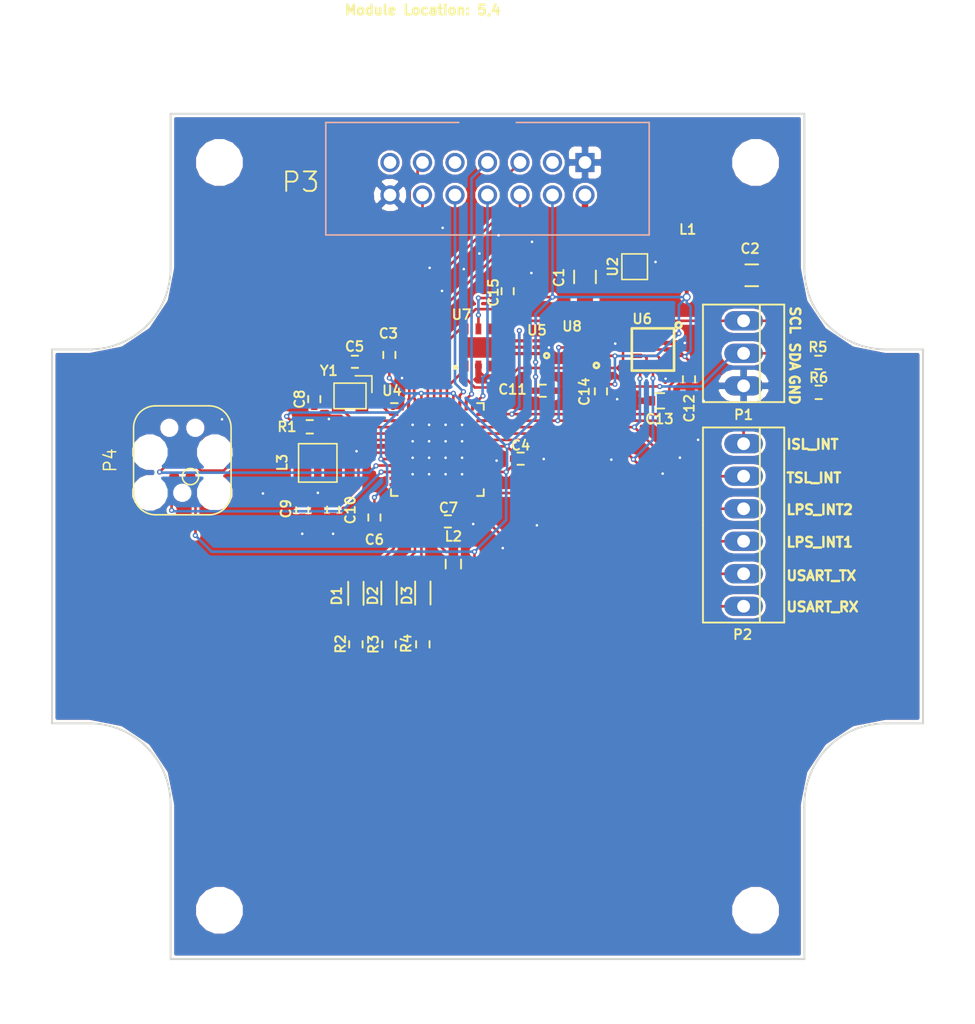
<source format=kicad_pcb>
(kicad_pcb (version 4) (host pcbnew 4.0.4-stable)
  (layers (0 F.Cu signal) (31 B.Cu signal) (34 B.Paste user) (35 F.Paste user) (36 B.SilkS user) (37 F.SilkS user) (38 B.Mask user) (39 F.Mask user) (44 Edge.Cuts user))
  (net 0 "")
  (net 1 +5V)
  (net 2 GND)
  (net 3 +3V3)
  (net 4 /xin)
  (net 5 /xout)
  (net 6 "Net-(L1-Pad2)")
  (net 7 "Net-(R1-Pad2)")
  (net 8 /CNTR_SCL)
  (net 9 /CNTR_SDA)
  (net 10 /CNTR_PPS)
  (net 11 /USB_D+)
  (net 12 /USB_D-)
  (net 13 "Net-(U2-Pad2)")
  (net 14 /SAM4L_RESET)
  (net 15 /SAM4L_SWDCLK)
  (net 16 /SAM4L_SWDIO)
  (net 17 "Net-(U4-Pad11)")
  (net 18 "Net-(U4-Pad13)")
  (net 19 "Net-(U4-Pad14)")
  (net 20 "Net-(U4-Pad18)")
  (net 21 "Net-(U4-Pad20)")
  (net 22 "Net-(U4-Pad21)")
  (net 23 "Net-(U4-Pad22)")
  (net 24 "Net-(U4-Pad25)")
  (net 25 "Net-(U4-Pad28)")
  (net 26 SDA)
  (net 27 SCL)
  (net 28 "Net-(U5-Pad3)")
  (net 29 "Net-(U6-Pad3)")
  (net 30 "Net-(U6-Pad2)")
  (net 31 "Net-(U7-Pad3)")
  (net 32 "Net-(U7-Pad4)")
  (net 33 /VDDANA)
  (net 34 /VDD_OUT)
  (net 35 /VDD_CORE)
  (net 36 "Net-(U7-Pad7)")
  (net 37 /ISL_INT)
  (net 38 /TSL_INT)
  (net 39 /LPS_INT1)
  (net 40 /LPS_INT2)
  (net 41 /MOD_OUT)
  (net 42 /MOD_IN)
  (net 43 /LED_1)
  (net 44 "Net-(D1-Pad2)")
  (net 45 /LED_2)
  (net 46 "Net-(D2-Pad2)")
  (net 47 /LED_3)
  (net 48 "Net-(D3-Pad2)")
  (net 49 /USART_TX)
  (net 50 /USART_RX)
  (net 51 "Net-(U4-Pad32)")
  (net 52 "Net-(P3-Pad3)")
  (net 53 "Net-(P3-Pad9)")
  (net 54 "Net-(P3-Pad13)")
  (net 55 "Net-(P4-Pad6)")
  (module Capacitors_SMD:C_0805_HandSoldering (layer F.Cu) (at 134.62 81.3308 270)
    (fp_text reference C1 (at 0.0508 2.032 270) (layer F.SilkS) (effects (font (size 0.762 0.762))))
    (fp_text value GENERIC_C_0805)
    (pad 1 smd rect (at -1.25 0 270) (size 1.5 1.25) (layers F.Cu F.Paste F.Mask) (net 1 +5V))
    (pad 2 smd rect (at 1.25 0 270) (size 1.5 1.25) (layers F.Cu F.Paste F.Mask) (net 2 GND))
  )
  (module Capacitors_SMD:C_0805_HandSoldering (layer F.Cu) (at 147.6502 81.2038)
    (fp_text reference C2 (at -0.127 -2.0828) (layer F.SilkS) (effects (font (size 0.762 0.762))))
    (fp_text value GENERIC_C_0805)
    (pad 1 smd rect (at -1.25 0) (size 1.5 1.25) (layers F.Cu F.Paste F.Mask) (net 3 +3V3))
    (pad 2 smd rect (at 1.25 0) (size 1.5 1.25) (layers F.Cu F.Paste F.Mask) (net 2 GND))
  )
  (module Capacitors_SMD:C_0402 (layer F.Cu) (at 119.3292 87.4268 90)
    (fp_text reference C3 (at 1.6764 -0.0762 180) (layer F.SilkS) (effects (font (size 0.762 0.762))))
    (fp_text value C_0.1u_0402_10V_10%_JB)
    (pad 1 smd rect (at -0.55 0 90) (size 0.6 0.5) (layers F.Cu F.Paste F.Mask) (net 3 +3V3))
    (pad 2 smd rect (at 0.55 0 90) (size 0.6 0.5) (layers F.Cu F.Paste F.Mask) (net 2 GND))
  )
  (module Capacitors_SMD:C_0402 (layer F.Cu) (at 129.5908 95.5294)
    (fp_text reference C4 (at 0 -1.0414) (layer F.SilkS) (effects (font (size 0.762 0.762))))
    (fp_text value C_0.1u_0402_10V_10%_JB)
    (pad 1 smd rect (at -0.55 0) (size 0.6 0.5) (layers F.Cu F.Paste F.Mask) (net 3 +3V3))
    (pad 2 smd rect (at 0.55 0) (size 0.6 0.5) (layers F.Cu F.Paste F.Mask) (net 2 GND))
  )
  (module Capacitors_SMD:C_0402 (layer F.Cu) (at 116.6368 87.9602 180)
    (fp_text reference C5 (at 0.0254 1.1938 180) (layer F.SilkS) (effects (font (size 0.762 0.762))))
    (fp_text value GENERIC_C_0402)
    (pad 1 smd rect (at -0.55 0 180) (size 0.6 0.5) (layers F.Cu F.Paste F.Mask) (net 4 /xin))
    (pad 2 smd rect (at 0.55 0 180) (size 0.6 0.5) (layers F.Cu F.Paste F.Mask) (net 2 GND))
  )
  (module Capacitors_SMD:C_0402 (layer F.Cu) (at 118.1608 100.1268 270)
    (fp_text reference C6 (at 1.7272 0 360) (layer F.SilkS) (effects (font (size 0.762 0.762))))
    (fp_text value C_0.1u_0402_10V_10%_JB)
    (pad 1 smd rect (at -0.55 0 270) (size 0.6 0.5) (layers F.Cu F.Paste F.Mask) (net 3 +3V3))
    (pad 2 smd rect (at 0.55 0 270) (size 0.6 0.5) (layers F.Cu F.Paste F.Mask) (net 2 GND))
  )
  (module Capacitors_SMD:C_0402 (layer F.Cu) (at 123.9012 100.4316)
    (fp_text reference C7 (at 0.0508 -1.0668) (layer F.SilkS) (effects (font (size 0.762 0.762))))
    (fp_text value C_0.1u_0402_10V_10%_JB)
    (pad 1 smd rect (at -0.55 0) (size 0.6 0.5) (layers F.Cu F.Paste F.Mask) (net 33 /VDDANA))
    (pad 2 smd rect (at 0.55 0) (size 0.6 0.5) (layers F.Cu F.Paste F.Mask) (net 2 GND))
  )
  (module Capacitors_SMD:C_0402 (layer F.Cu) (at 113.4618 90.8812 90)
    (fp_text reference C8 (at 0 -1.143 90) (layer F.SilkS) (effects (font (size 0.762 0.762))))
    (fp_text value GENERIC_C_0402)
    (pad 1 smd rect (at -0.55 0 90) (size 0.6 0.5) (layers F.Cu F.Paste F.Mask) (net 5 /xout))
    (pad 2 smd rect (at 0.55 0 90) (size 0.6 0.5) (layers F.Cu F.Paste F.Mask) (net 2 GND))
  )
  (module Capacitors_SMD:C_0402 (layer F.Cu) (at 112.522 99.568 270)
    (fp_text reference C9 (at -0.127 1.27 270) (layer F.SilkS) (effects (font (size 0.762 0.762))))
    (fp_text value C_4.7u_0402_10V_10%_X5R)
    (pad 1 smd rect (at -0.55 0 270) (size 0.6 0.5) (layers F.Cu F.Paste F.Mask) (net 34 /VDD_OUT))
    (pad 2 smd rect (at 0.55 0 270) (size 0.6 0.5) (layers F.Cu F.Paste F.Mask) (net 2 GND))
  )
  (module Capacitors_SMD:C_0402 (layer F.Cu) (at 114.935 99.5172 270)
    (fp_text reference C10 (at 0.0254 -1.3462 270) (layer F.SilkS) (effects (font (size 0.762 0.762))))
    (fp_text value C_0.1u_0402_10V_10%_JB)
    (pad 1 smd rect (at -0.55 0 270) (size 0.6 0.5) (layers F.Cu F.Paste F.Mask) (net 34 /VDD_OUT))
    (pad 2 smd rect (at 0.55 0 270) (size 0.6 0.5) (layers F.Cu F.Paste F.Mask) (net 2 GND))
  )
  (module Capacitors_SMD:C_0402 (layer F.Cu) (at 131.318 90.2208)
    (fp_text reference C11 (at -2.3622 -0.1016) (layer F.SilkS) (effects (font (size 0.762 0.762))))
    (fp_text value C_0.1u_0402_10V_10%_JB)
    (pad 1 smd rect (at -0.55 0) (size 0.6 0.5) (layers F.Cu F.Paste F.Mask) (net 3 +3V3))
    (pad 2 smd rect (at 0.55 0) (size 0.6 0.5) (layers F.Cu F.Paste F.Mask) (net 2 GND))
  )
  (module Capacitors_SMD:C_0402 (layer F.Cu) (at 142.748 89.3318 270)
    (fp_text reference C12 (at 2.2606 -0.0254 450) (layer F.SilkS) (effects (font (size 0.762 0.762))))
    (fp_text value C_0.1u_0402_10V_10%_JB)
    (pad 1 smd rect (at -0.55 0 270) (size 0.6 0.5) (layers F.Cu F.Paste F.Mask) (net 3 +3V3))
    (pad 2 smd rect (at 0.55 0 270) (size 0.6 0.5) (layers F.Cu F.Paste F.Mask) (net 2 GND))
  )
  (module Capacitors_SMD:C_0603 (layer F.Cu) (at 140.462 91.0082 180)
    (fp_text reference C13 (at 0.0254 -1.4224 180) (layer F.SilkS) (effects (font (size 0.762 0.762))))
    (fp_text value C_10u_0603_10V_10%_JB)
    (pad 1 smd rect (at -0.75 0 180) (size 0.8 0.75) (layers F.Cu F.Paste F.Mask) (net 3 +3V3))
    (pad 2 smd rect (at 0.75 0 180) (size 0.8 0.75) (layers F.Cu F.Paste F.Mask) (net 2 GND))
  )
  (module Capacitors_SMD:C_0402 (layer F.Cu) (at 135.8646 90.2716 270)
    (fp_text reference C14 (at 0.0254 1.2954 270) (layer F.SilkS) (effects (font (size 0.762 0.762))))
    (fp_text value C_0.1u_0402_10V_10%_JB)
    (pad 1 smd rect (at -0.55 0 270) (size 0.6 0.5) (layers F.Cu F.Paste F.Mask) (net 3 +3V3))
    (pad 2 smd rect (at 0.55 0 270) (size 0.6 0.5) (layers F.Cu F.Paste F.Mask) (net 2 GND))
  )
  (module Capacitors_SMD:C_0402 (layer F.Cu) (at 128.5748 82.4484 90)
    (fp_text reference C15 (at -0.1016 -1.1176 90) (layer F.SilkS) (effects (font (size 0.762 0.762))))
    (fp_text value C_0.1u_0402_10V_10%_JB)
    (pad 1 smd rect (at -0.55 0 90) (size 0.6 0.5) (layers F.Cu F.Paste F.Mask) (net 3 +3V3))
    (pad 2 smd rect (at 0.55 0 90) (size 0.6 0.5) (layers F.Cu F.Paste F.Mask) (net 2 GND))
  )
  (module lab11-passives:DFE322512C (layer F.Cu) (at 142.5702 79.9846 90)
    (fp_text reference L1 (at 2.3622 0.0762 180) (layer F.SilkS) (effects (font (size 0.762 0.762))))
    (fp_text value ".47 uH")
    (pad 1 smd rect (at -1.225 0 180) (size 2.5 0.75) (layers F.Cu F.Paste F.Mask) (net 3 +3V3))
    (pad 2 smd rect (at 1.225 0 180) (size 2.5 0.75) (layers F.Cu F.Paste F.Mask) (net 6 "Net-(L1-Pad2)"))
  )
  (module lab11-passives:1212 (layer F.Cu) (at 113.735 95.8596 180)
    (fp_text reference L3 (at 2.3306 0.0254 270) (layer F.SilkS) (effects (font (size 0.762 0.762)) (justify bottom)))
    (fp_text value 22uH)
    (pad 1 smd rect (at -1.2 0 270) (size 3 1.4) (layers F.Cu F.Paste F.Mask) (net 35 /VDD_CORE))
    (pad 2 smd rect (at 1.2 0 270) (size 3 1.4) (layers F.Cu F.Paste F.Mask) (net 34 /VDD_OUT))
  )
  (module Resistors_SMD:R_0402 (layer F.Cu) (at 113.1062 93.0402)
    (fp_text reference R1 (at -1.778 0) (layer F.SilkS) (effects (font (size 0.762 0.762))))
    (fp_text value R_10k_0402_1%,100ppm/c,0.063W)
    (pad 1 smd rect (at -0.45 0) (size 0.4 0.6) (layers F.Cu F.Paste F.Mask) (net 3 +3V3))
    (pad 2 smd rect (at 0.45 0) (size 0.4 0.6) (layers F.Cu F.Paste F.Mask) (net 7 "Net-(R1-Pad2)"))
  )
  (module regulators:RLT0007A (layer F.Cu) (at 138.5022 80.5324 90)
    (fp_text reference U2 (at 0 -1.27 90) (layer F.SilkS) (effects (font (size 0.762 0.762)) (justify bottom)))
    (fp_text value TPS62086)
    (pad 1 smd rect (at -0.9 -0.75 90) (size 0.6 0.25) (layers F.Cu F.Paste F.Mask) (net 1 +5V))
    (pad 2 smd oval (at -0.9 -0.25 90) (size 0.6 0.25) (layers F.Cu F.Paste F.Mask) (net 13 "Net-(U2-Pad2)"))
    (pad 7 smd rect (at 0.45 -0.6 90) (size 1.5 0.3) (layers F.Cu F.Paste F.Mask) (net 1 +5V))
    (pad 6 smd rect (at 0.45 0 90) (size 1.5 0.3) (layers F.Cu F.Paste F.Mask) (net 6 "Net-(L1-Pad2)"))
    (pad 5 smd rect (at 0.45 0.6 90) (size 1.5 0.3) (layers F.Cu F.Paste F.Mask) (net 2 GND))
    (pad 3 smd oval (at -0.9 0.25 90) (size 0.6 0.25) (layers F.Cu F.Paste F.Mask) (net 3 +3V3))
    (pad 4 smd oval (at -0.9 0.75 90) (size 0.6 0.25) (layers F.Cu F.Paste F.Mask) (net 3 +3V3))
  )
  (module Housings_DFN_QFN:QFN-48-1EP_7x7mm_Pitch0.5mm (layer F.Cu) (at 123.0816 94.8146)
    (fp_text reference U4 (at -3.5492 -4.5938) (layer F.SilkS) (effects (font (size 0.762 0.762))))
    (fp_text value SAM4LC8A)
    (pad 1 smd rect (at -3.4 -2.75) (size 0.7 0.25) (layers F.Cu F.Paste F.Mask) (net 4 /xin))
    (pad 2 smd rect (at -3.4 -2.25) (size 0.7 0.25) (layers F.Cu F.Paste F.Mask) (net 5 /xout))
    (pad 3 smd rect (at -3.4 -1.75) (size 0.7 0.25) (layers F.Cu F.Paste F.Mask) (net 7 "Net-(R1-Pad2)"))
    (pad 4 smd rect (at -3.4 -1.25) (size 0.7 0.25) (layers F.Cu F.Paste F.Mask) (net 14 /SAM4L_RESET))
    (pad 5 smd rect (at -3.4 -0.75) (size 0.7 0.25) (layers F.Cu F.Paste F.Mask) (net 35 /VDD_CORE))
    (pad 6 smd rect (at -3.4 -0.25) (size 0.7 0.25) (layers F.Cu F.Paste F.Mask) (net 2 GND))
    (pad 7 smd rect (at -3.4 0.25) (size 0.7 0.25) (layers F.Cu F.Paste F.Mask) (net 34 /VDD_OUT))
    (pad 8 smd rect (at -3.4 0.75) (size 0.7 0.25) (layers F.Cu F.Paste F.Mask) (net 3 +3V3))
    (pad 9 smd rect (at -3.4 1.25) (size 0.7 0.25) (layers F.Cu F.Paste F.Mask) (net 15 /SAM4L_SWDCLK))
    (pad 10 smd rect (at -3.4 1.75) (size 0.7 0.25) (layers F.Cu F.Paste F.Mask) (net 16 /SAM4L_SWDIO))
    (pad 11 smd rect (at -3.4 2.25) (size 0.7 0.25) (layers F.Cu F.Paste F.Mask) (net 17 "Net-(U4-Pad11)"))
    (pad 12 smd rect (at -3.4 2.75) (size 0.7 0.25) (layers F.Cu F.Paste F.Mask) (net 43 /LED_1))
    (pad 13 smd rect (at -2.75 3.4 90) (size 0.7 0.25) (layers F.Cu F.Paste F.Mask) (net 18 "Net-(U4-Pad13)"))
    (pad 14 smd rect (at -2.25 3.4 90) (size 0.7 0.25) (layers F.Cu F.Paste F.Mask) (net 19 "Net-(U4-Pad14)"))
    (pad 15 smd rect (at -1.75 3.4 90) (size 0.7 0.25) (layers F.Cu F.Paste F.Mask) (net 45 /LED_2))
    (pad 16 smd rect (at -1.25 3.4 90) (size 0.7 0.25) (layers F.Cu F.Paste F.Mask) (net 47 /LED_3))
    (pad 17 smd rect (at -0.75 3.4 90) (size 0.7 0.25) (layers F.Cu F.Paste F.Mask) (net 2 GND))
    (pad 18 smd rect (at -0.25 3.4 90) (size 0.7 0.25) (layers F.Cu F.Paste F.Mask) (net 20 "Net-(U4-Pad18)"))
    (pad 19 smd rect (at 0.25 3.4 90) (size 0.7 0.25) (layers F.Cu F.Paste F.Mask) (net 33 /VDDANA))
    (pad 20 smd rect (at 0.75 3.4 90) (size 0.7 0.25) (layers F.Cu F.Paste F.Mask) (net 21 "Net-(U4-Pad20)"))
    (pad 21 smd rect (at 1.25 3.4 90) (size 0.7 0.25) (layers F.Cu F.Paste F.Mask) (net 22 "Net-(U4-Pad21)"))
    (pad 22 smd rect (at 1.75 3.4 90) (size 0.7 0.25) (layers F.Cu F.Paste F.Mask) (net 23 "Net-(U4-Pad22)"))
    (pad 23 smd rect (at 2.25 3.4 90) (size 0.7 0.25) (layers F.Cu F.Paste F.Mask) (net 50 /USART_RX))
    (pad 24 smd rect (at 2.75 3.4 90) (size 0.7 0.25) (layers F.Cu F.Paste F.Mask) (net 49 /USART_TX))
    (pad 25 smd rect (at 3.4 2.75) (size 0.7 0.25) (layers F.Cu F.Paste F.Mask) (net 24 "Net-(U4-Pad25)"))
    (pad 26 smd rect (at 3.4 2.25) (size 0.7 0.25) (layers F.Cu F.Paste F.Mask) (net 24 "Net-(U4-Pad25)"))
    (pad 27 smd rect (at 3.4 1.75) (size 0.7 0.25) (layers F.Cu F.Paste F.Mask) (net 3 +3V3))
    (pad 28 smd rect (at 3.4 1.25) (size 0.7 0.25) (layers F.Cu F.Paste F.Mask) (net 25 "Net-(U4-Pad28)"))
    (pad 29 smd rect (at 3.4 0.75) (size 0.7 0.25) (layers F.Cu F.Paste F.Mask) (net 25 "Net-(U4-Pad28)"))
    (pad 30 smd rect (at 3.4 0.25) (size 0.7 0.25) (layers F.Cu F.Paste F.Mask) (net 2 GND))
    (pad 31 smd rect (at 3.4 -0.25) (size 0.7 0.25) (layers F.Cu F.Paste F.Mask) (net 3 +3V3))
    (pad 32 smd rect (at 3.4 -0.75) (size 0.7 0.25) (layers F.Cu F.Paste F.Mask) (net 51 "Net-(U4-Pad32)"))
    (pad 33 smd rect (at 3.4 -1.25) (size 0.7 0.25) (layers F.Cu F.Paste F.Mask) (net 39 /LPS_INT1))
    (pad 34 smd rect (at 3.4 -1.75) (size 0.7 0.25) (layers F.Cu F.Paste F.Mask) (net 40 /LPS_INT2))
    (pad 35 smd rect (at 3.4 -2.25) (size 0.7 0.25) (layers F.Cu F.Paste F.Mask) (net 38 /TSL_INT))
    (pad 36 smd rect (at 3.4 -2.75) (size 0.7 0.25) (layers F.Cu F.Paste F.Mask) (net 37 /ISL_INT))
    (pad 37 smd rect (at 2.75 -3.4 90) (size 0.7 0.25) (layers F.Cu F.Paste F.Mask) (net 41 /MOD_OUT))
    (pad 38 smd rect (at 2.25 -3.4 90) (size 0.7 0.25) (layers F.Cu F.Paste F.Mask) (net 10 /CNTR_PPS))
    (pad 39 smd rect (at 1.75 -3.4 90) (size 0.7 0.25) (layers F.Cu F.Paste F.Mask) (net 42 /MOD_IN))
    (pad 40 smd rect (at 1.25 -3.4 90) (size 0.7 0.25) (layers F.Cu F.Paste F.Mask) (net 3 +3V3))
    (pad 41 smd rect (at 0.75 -3.4 90) (size 0.7 0.25) (layers F.Cu F.Paste F.Mask) (net 26 SDA))
    (pad 42 smd rect (at 0.25 -3.4 90) (size 0.7 0.25) (layers F.Cu F.Paste F.Mask) (net 27 SCL))
    (pad 43 smd rect (at -0.25 -3.4 90) (size 0.7 0.25) (layers F.Cu F.Paste F.Mask) (net 9 /CNTR_SDA))
    (pad 44 smd rect (at -0.75 -3.4 90) (size 0.7 0.25) (layers F.Cu F.Paste F.Mask) (net 8 /CNTR_SCL))
    (pad 45 smd rect (at -1.25 -3.4 90) (size 0.7 0.25) (layers F.Cu F.Paste F.Mask) (net 3 +3V3))
    (pad 46 smd rect (at -1.75 -3.4 90) (size 0.7 0.25) (layers F.Cu F.Paste F.Mask) (net 12 /USB_D-))
    (pad 47 smd rect (at -2.25 -3.4 90) (size 0.7 0.25) (layers F.Cu F.Paste F.Mask) (net 11 /USB_D+))
    (pad 48 smd rect (at -2.75 -3.4 90) (size 0.7 0.25) (layers F.Cu F.Paste F.Mask) (net 2 GND))
    (pad 49 smd rect (at 1.93125 1.93125) (size 1.2875 1.2875) (layers F.Cu F.Paste F.Mask) (net 2 GND))
    (pad 49 smd rect (at 1.93125 0.64375) (size 1.2875 1.2875) (layers F.Cu F.Paste F.Mask) (net 2 GND))
    (pad 49 smd rect (at 1.93125 -0.64375) (size 1.2875 1.2875) (layers F.Cu F.Paste F.Mask) (net 2 GND))
    (pad 49 smd rect (at 1.93125 -1.93125) (size 1.2875 1.2875) (layers F.Cu F.Paste F.Mask) (net 2 GND))
    (pad 49 smd rect (at 0.64375 1.93125) (size 1.2875 1.2875) (layers F.Cu F.Paste F.Mask) (net 2 GND))
    (pad 49 smd rect (at 0.64375 0.64375) (size 1.2875 1.2875) (layers F.Cu F.Paste F.Mask) (net 2 GND))
    (pad 49 smd rect (at 0.64375 -0.64375) (size 1.2875 1.2875) (layers F.Cu F.Paste F.Mask) (net 2 GND))
    (pad 49 smd rect (at 0.64375 -1.93125) (size 1.2875 1.2875) (layers F.Cu F.Paste F.Mask) (net 2 GND))
    (pad 49 smd rect (at -0.64375 1.93125) (size 1.2875 1.2875) (layers F.Cu F.Paste F.Mask) (net 2 GND))
    (pad 49 smd rect (at -0.64375 0.64375) (size 1.2875 1.2875) (layers F.Cu F.Paste F.Mask) (net 2 GND))
    (pad 49 smd rect (at -0.64375 -0.64375) (size 1.2875 1.2875) (layers F.Cu F.Paste F.Mask) (net 2 GND))
    (pad 49 smd rect (at -0.64375 -1.93125) (size 1.2875 1.2875) (layers F.Cu F.Paste F.Mask) (net 2 GND))
    (pad 49 smd rect (at -1.93125 1.93125) (size 1.2875 1.2875) (layers F.Cu F.Paste F.Mask) (net 2 GND))
    (pad 49 smd rect (at -1.93125 0.64375) (size 1.2875 1.2875) (layers F.Cu F.Paste F.Mask) (net 2 GND))
    (pad 49 smd rect (at -1.93125 -0.64375) (size 1.2875 1.2875) (layers F.Cu F.Paste F.Mask) (net 2 GND))
    (pad 49 smd rect (at -1.93125 -1.93125) (size 1.2875 1.2875) (layers F.Cu F.Paste F.Mask) (net 2 GND))
  )
  (module lab11-ic:L6_1.5x1.6mm (layer F.Cu) (at 130.151235 86.820865 180)
    (fp_text reference U5 (at -0.709565 1.324465 180) (layer F.SilkS) (effects (font (size 0.762 0.762))))
    (fp_text value ISL29035)
    (pad 1 smd rect (at -0.6 -0.5 180) (size 0.8 0.25) (layers F.Cu F.Paste F.Mask) (net 3 +3V3))
    (pad 2 smd rect (at -0.675 0 180) (size 0.65 0.25) (layers F.Cu F.Paste F.Mask) (net 2 GND))
    (pad 3 smd rect (at -0.675 0.5 180) (size 0.65 0.25) (layers F.Cu F.Paste F.Mask) (net 28 "Net-(U5-Pad3)"))
    (pad 4 smd rect (at 0.675 0.5 180) (size 0.65 0.25) (layers F.Cu F.Paste F.Mask) (net 37 /ISL_INT))
    (pad 5 smd rect (at 0.675 0 180) (size 0.65 0.25) (layers F.Cu F.Paste F.Mask) (net 27 SCL))
    (pad 6 smd rect (at 0.675 -0.5 180) (size 0.65 0.25) (layers F.Cu F.Paste F.Mask) (net 26 SDA))
  )
  (module lab11-ic:DFN_3x3mm_1mm (layer F.Cu) (at 126.290435 86.844065 90)
    (fp_text reference U7 (at 2.566865 -1.322435 180) (layer F.SilkS) (effects (font (size 0.762 0.762))))
    (fp_text value Si7021)
    (pad 1 smd rect (at -1.45 -1 180) (size 0.45 0.85) (layers F.Cu F.Paste F.Mask) (net 26 SDA))
    (pad 2 smd rect (at -1.45 0 180) (size 0.45 0.85) (layers F.Cu F.Paste F.Mask) (net 2 GND))
    (pad 3 smd rect (at -1.45 1 180) (size 0.45 0.85) (layers F.Cu F.Paste F.Mask) (net 31 "Net-(U7-Pad3)"))
    (pad 4 smd rect (at 1.45 1 180) (size 0.45 0.85) (layers F.Cu F.Paste F.Mask) (net 32 "Net-(U7-Pad4)"))
    (pad 5 smd rect (at 1.45 0 180) (size 0.45 0.85) (layers F.Cu F.Paste F.Mask) (net 3 +3V3))
    (pad 6 smd rect (at 1.45 -1 180) (size 0.45 0.85) (layers F.Cu F.Paste F.Mask) (net 27 SCL))
    (pad 7 smd rect (at 0 0 270) (size 1.6 2.5) (layers F.Cu F.Paste F.Mask) (net 36 "Net-(U7-Pad7)"))
  )
  (module crystals:FHXXX (layer F.Cu) (at 116.2558 90.6272 180)
    (fp_text reference Y1 (at 1.651 1.524 180) (layer F.SilkS) (effects (font (size 0.762 0.762)) (justify bottom)))
    (fp_text value FH1600015)
    (pad 1 smd rect (at -0.925 0.775 180) (size 1 0.95) (layers F.Cu F.Paste F.Mask) (net 4 /xin))
    (pad 2 smd rect (at 0.925 0.775 180) (size 1 0.95) (layers F.Cu F.Paste F.Mask) (net 2 GND))
    (pad 3 smd rect (at 0.925 -0.775 180) (size 1 0.95) (layers F.Cu F.Paste F.Mask) (net 5 /xout))
    (pad 4 smd rect (at -0.925 -0.775 180) (size 1 0.95) (layers F.Cu F.Paste F.Mask) (net 2 GND))
  )
  (module lab11-ic:HCLGA-16L (layer F.Cu) (at 139.930235 86.998665 270)
    (fp_text reference U6 (at -2.391265 0.839835 360) (layer F.SilkS) (effects (font (size 0.762 0.762))))
    (fp_text value LPS331AP)
    (pad 13 smd rect (at 1.25 -1 270) (size 0.8 0.35) (layers F.Cu F.Paste F.Mask) (net 2 GND))
    (pad 12 smd rect (at 1.25 -0.5 270) (size 0.8 0.35) (layers F.Cu F.Paste F.Mask) (net 2 GND))
    (pad 11 smd rect (at 1.25 0 270) (size 0.8 0.35) (layers F.Cu F.Paste F.Mask) (net 39 /LPS_INT1))
    (pad 10 smd rect (at 1.25 0.5 270) (size 0.8 0.35) (layers F.Cu F.Paste F.Mask) (net 2 GND))
    (pad 9 smd rect (at 1.25 1 270) (size 0.8 0.35) (layers F.Cu F.Paste F.Mask) (net 40 /LPS_INT2))
    (pad 6 smd rect (at -0.5 1.25) (size 0.8 0.35) (layers F.Cu F.Paste F.Mask) (net 26 SDA))
    (pad 8 smd rect (at 0.5 1.25) (size 0.8 0.35) (layers F.Cu F.Paste F.Mask) (net 2 GND))
    (pad 7 smd rect (at 0 1.25) (size 0.8 0.35) (layers F.Cu F.Paste F.Mask) (net 3 +3V3))
    (pad 5 smd rect (at -1.25 1 270) (size 0.8 0.35) (layers F.Cu F.Paste F.Mask) (net 2 GND))
    (pad 4 smd rect (at -1.25 0.5 270) (size 0.8 0.35) (layers F.Cu F.Paste F.Mask) (net 27 SCL))
    (pad 3 smd rect (at -1.25 0 270) (size 0.8 0.35) (layers F.Cu F.Paste F.Mask) (net 29 "Net-(U6-Pad3)"))
    (pad 2 smd rect (at -1.25 -0.5 270) (size 0.8 0.35) (layers F.Cu F.Paste F.Mask) (net 30 "Net-(U6-Pad2)"))
    (pad 1 smd rect (at -1.25 -1 270) (size 0.8 0.35) (layers F.Cu F.Paste F.Mask) (net 3 +3V3))
    (pad 16 smd rect (at -0.5 -1.25) (size 0.8 0.35) (layers F.Cu F.Paste F.Mask) (net 2 GND))
    (pad 15 smd rect (at 0 -1.25) (size 0.8 0.35) (layers F.Cu F.Paste F.Mask) (net 3 +3V3))
    (pad 14 smd rect (at 0.5 -1.25) (size 0.8 0.35) (layers F.Cu F.Paste F.Mask) (net 3 +3V3))
  )
  (module lab11-ic:DFN2 (layer F.Cu) (at 134.621635 86.846265 180)
    (fp_text reference U8 (at 1.017635 1.654665 180) (layer F.SilkS) (effects (font (size 0.762 0.762))))
    (fp_text value TSL2561)
    (pad 2 smd rect (at -0.8 0 270) (size 0.4 1.3) (layers F.Cu F.Paste F.Mask) (net 2 GND))
    (pad 5 smd rect (at 0.8 0 270) (size 0.4 1.3) (layers F.Cu F.Paste F.Mask) (net 38 /TSL_INT))
    (pad 3 smd rect (at -0.8 0.65 270) (size 0.4 1.3) (layers F.Cu F.Paste F.Mask) (net 2 GND))
    (pad 1 smd rect (at -0.8 -0.65 270) (size 0.4 1.3) (layers F.Cu F.Paste F.Mask) (net 3 +3V3))
    (pad 6 smd rect (at 0.8 -0.65 270) (size 0.4 1.3) (layers F.Cu F.Paste F.Mask) (net 26 SDA))
    (pad 4 smd rect (at 0.8 0.65 270) (size 0.4 1.3) (layers F.Cu F.Paste F.Mask) (net 27 SCL))
  )
  (module Connect:PINHEAD1-3 (layer F.Cu) (at 147.0152 87.2998 270)
    (fp_text reference P1 (at 4.8006 0 360) (layer F.SilkS) (effects (font (size 0.762 0.762))))
    (fp_text value CONN_01X03)
    (pad 1 thru_hole oval (at -2.54 0 270) (size 1.50622 3.01498) (drill 0.99822) (layers *.Cu *.Mask) (net 27 SCL))
    (pad 2 thru_hole oval (at 0 0 270) (size 1.50622 3.01498) (drill 0.99822) (layers *.Cu *.Mask) (net 26 SDA))
    (pad 3 thru_hole oval (at 2.54 0 270) (size 1.50622 3.01498) (drill 0.99822) (layers *.Cu *.Mask) (net 2 GND))
  )
  (module Connect:PINHEAD1-6 (layer F.Cu) (at 147.0152 100.711 270)
    (fp_text reference P2 (at 8.5598 0.0762 360) (layer F.SilkS) (effects (font (size 0.762 0.762))))
    (fp_text value CONN_01X06)
    (pad 1 thru_hole oval (at -6.35 0 270) (size 1.50622 3.01498) (drill 0.99822) (layers *.Cu *.Mask) (net 37 /ISL_INT))
    (pad 2 thru_hole oval (at -3.81 0 270) (size 1.50622 3.01498) (drill 0.99822) (layers *.Cu *.Mask) (net 38 /TSL_INT))
    (pad 3 thru_hole oval (at -1.27 0 270) (size 1.50622 3.01498) (drill 0.99822) (layers *.Cu *.Mask) (net 40 /LPS_INT2))
    (pad 4 thru_hole oval (at 1.27 0 270) (size 1.50622 3.01498) (drill 0.99822) (layers *.Cu *.Mask) (net 39 /LPS_INT1))
    (pad 5 thru_hole oval (at 3.81 0 270) (size 1.50622 3.01498) (drill 0.99822) (layers *.Cu *.Mask) (net 49 /USART_TX))
    (pad 6 thru_hole oval (at 6.35 0 270) (size 1.50622 3.01498) (drill 0.99822) (layers *.Cu *.Mask) (net 50 /USART_RX))
  )
  (module Diodes_SMD:D_0603 (layer F.Cu) (at 116.713 106.2482 270)
    (fp_text reference D1 (at 0 1.5 270) (layer F.SilkS) (effects (font (size 0.762 0.762))))
    (fp_text value LED)
    (pad 1 smd rect (at -0.85 0 270) (size 0.6 0.8) (layers F.Cu F.Paste F.Mask) (net 43 /LED_1))
    (pad 2 smd rect (at 0.85 0 270) (size 0.6 0.8) (layers F.Cu F.Paste F.Mask) (net 44 "Net-(D1-Pad2)"))
  )
  (module Diodes_SMD:D_0603 (layer F.Cu) (at 119.3038 106.2228 270)
    (fp_text reference D2 (at 0.0136 1.27 270) (layer F.SilkS) (effects (font (size 0.762 0.762))))
    (fp_text value LED)
    (pad 1 smd rect (at -0.85 0 270) (size 0.6 0.8) (layers F.Cu F.Paste F.Mask) (net 45 /LED_2))
    (pad 2 smd rect (at 0.85 0 270) (size 0.6 0.8) (layers F.Cu F.Paste F.Mask) (net 46 "Net-(D2-Pad2)"))
  )
  (module Diodes_SMD:D_0603 (layer F.Cu) (at 121.9454 106.2228 270)
    (fp_text reference D3 (at 0 1.2446 270) (layer F.SilkS) (effects (font (size 0.762 0.762))))
    (fp_text value LED)
    (pad 1 smd rect (at -0.85 0 270) (size 0.6 0.8) (layers F.Cu F.Paste F.Mask) (net 47 /LED_3))
    (pad 2 smd rect (at 0.85 0 270) (size 0.6 0.8) (layers F.Cu F.Paste F.Mask) (net 48 "Net-(D3-Pad2)"))
  )
  (module Resistors_SMD:R_0402 (layer F.Cu) (at 116.713 110.0328 270)
    (fp_text reference R2 (at -0.0254 1.1938 270) (layer F.SilkS) (effects (font (size 0.762 0.762))))
    (fp_text value GENERIC_R_0402)
    (pad 1 smd rect (at -0.45 0 270) (size 0.4 0.6) (layers F.Cu F.Paste F.Mask) (net 44 "Net-(D1-Pad2)"))
    (pad 2 smd rect (at 0.45 0 270) (size 0.4 0.6) (layers F.Cu F.Paste F.Mask) (net 3 +3V3))
  )
  (module Resistors_SMD:R_0402 (layer F.Cu) (at 119.3038 110.0328 270)
    (fp_text reference R3 (at 0 1.2192 270) (layer F.SilkS) (effects (font (size 0.762 0.762))))
    (fp_text value GENERIC_R_0402)
    (pad 1 smd rect (at -0.45 0 270) (size 0.4 0.6) (layers F.Cu F.Paste F.Mask) (net 46 "Net-(D2-Pad2)"))
    (pad 2 smd rect (at 0.45 0 270) (size 0.4 0.6) (layers F.Cu F.Paste F.Mask) (net 3 +3V3))
  )
  (module Resistors_SMD:R_0402 (layer F.Cu) (at 121.9454 110.0328 270)
    (fp_text reference R4 (at -0.069 1.2954 270) (layer F.SilkS) (effects (font (size 0.762 0.762))))
    (fp_text value GENERIC_R_0402)
    (pad 1 smd rect (at -0.45 0 270) (size 0.4 0.6) (layers F.Cu F.Paste F.Mask) (net 48 "Net-(D3-Pad2)"))
    (pad 2 smd rect (at 0.45 0 270) (size 0.4 0.6) (layers F.Cu F.Paste F.Mask) (net 3 +3V3))
  )
  (module Resistors_SMD:R_0402 (layer F.Cu) (at 152.8572 88.011 180)
    (fp_text reference R5 (at 0.0326 1.1938 180) (layer F.SilkS) (effects (font (size 0.762 0.762))))
    (fp_text value GENERIC_R_0402)
    (pad 1 smd rect (at -0.45 0 180) (size 0.4 0.6) (layers F.Cu F.Paste F.Mask) (net 3 +3V3))
    (pad 2 smd rect (at 0.45 0 180) (size 0.4 0.6) (layers F.Cu F.Paste F.Mask) (net 27 SCL))
  )
  (module Resistors_SMD:R_0402 (layer F.Cu) (at 152.8826 90.3478 180)
    (fp_text reference R6 (at 0 1.143 180) (layer F.SilkS) (effects (font (size 0.762 0.762))))
    (fp_text value GENERIC_R_0402)
    (pad 1 smd rect (at -0.45 0 180) (size 0.4 0.6) (layers F.Cu F.Paste F.Mask) (net 3 +3V3))
    (pad 2 smd rect (at 0.45 0 180) (size 0.4 0.6) (layers F.Cu F.Paste F.Mask) (net 26 SDA))
  )
  (module lab11-connectors:SIGNPOST_MODULE_GENERIC (layer F.Cu) (at 127 101.6)
    (fp_text reference P3 (at -14.605 -27.686) (layer F.SilkS))
    (fp_text value SIGNPOST_MODULE_GENERIC)
    (pad 1 thru_hole rect (at 7.62 -29.21 180) (size 1.4986 1.4986) (drill 0.9906) (layers *.Cu *.Mask) (net 2 GND))
    (pad 2 thru_hole circle (at 7.62 -26.67 180) (size 1.4986 1.4986) (drill 0.9906) (layers *.Cu *.Mask) (net 1 +5V))
    (pad 3 thru_hole circle (at 5.08 -29.21 180) (size 1.4986 1.4986) (drill 0.9906) (layers *.Cu *.Mask) (net 52 "Net-(P3-Pad3)"))
    (pad 4 thru_hole circle (at 5.08 -26.67 180) (size 1.4986 1.4986) (drill 0.9906) (layers *.Cu *.Mask) (net 3 +3V3))
    (pad 5 thru_hole circle (at 2.54 -29.21 180) (size 1.4986 1.4986) (drill 0.9906) (layers *.Cu *.Mask) (net 8 /CNTR_SCL))
    (pad 6 thru_hole circle (at 2.54 -26.67 180) (size 1.4986 1.4986) (drill 0.9906) (layers *.Cu *.Mask) (net 9 /CNTR_SDA))
    (pad 7 thru_hole circle (at 0 -29.21 180) (size 1.4986 1.4986) (drill 0.9906) (layers *.Cu *.Mask) (net 10 /CNTR_PPS))
    (pad 8 thru_hole circle (at 0 -26.67 180) (size 1.4986 1.4986) (drill 0.9906) (layers *.Cu *.Mask) (net 41 /MOD_OUT))
    (pad 9 thru_hole circle (at -2.54 -29.21 180) (size 1.4986 1.4986) (drill 0.9906) (layers *.Cu *.Mask) (net 53 "Net-(P3-Pad9)"))
    (pad 10 thru_hole circle (at -2.54 -26.67 180) (size 1.4986 1.4986) (drill 0.9906) (layers *.Cu *.Mask) (net 42 /MOD_IN))
    (pad 11 thru_hole circle (at -5.08 -29.21 180) (size 1.4986 1.4986) (drill 0.9906) (layers *.Cu *.Mask) (net 11 /USB_D+))
    (pad 12 thru_hole circle (at -5.08 -26.67 180) (size 1.4986 1.4986) (drill 0.9906) (layers *.Cu *.Mask) (net 12 /USB_D-))
    (pad 13 thru_hole circle (at -7.62 -29.21 180) (size 1.4986 1.4986) (drill 0.9906) (layers *.Cu *.Mask) (net 54 "Net-(P3-Pad13)"))
    (pad 14 thru_hole circle (at -7.62 -26.67 180) (size 1.4986 1.4986) (drill 0.9906) (layers *.Cu *.Mask) (net 2 GND))
  )
  (module lab11-connectors:TC2030-IDC (layer F.Cu) (at 103.1494 95.6564 90)
    (fp_text reference P4 (at 0 -5.08 90) (layer F.SilkS) (effects (font (size 0.9652 0.9652) (thickness 0.12192)) (justify bottom)))
    (fp_text value JLINK-TC)
    (pad 1 smd circle (at -1.27 0.635 90) (size 0.7874 0.7874) (layers F.Cu F.Paste F.Mask) (net 3 +3V3))
    (pad "" np_thru_hole circle (at -2.54 -2.54 90) (size 2.3749 2.3749) (drill 2.3749) (layers *.Cu))
    (pad 3 smd circle (at 0 0.635 90) (size 0.7874 0.7874) (layers F.Cu F.Paste F.Mask) (net 14 /SAM4L_RESET))
    (pad 5 smd circle (at 1.27 0.635 90) (size 0.7874 0.7874) (layers F.Cu F.Paste F.Mask) (net 2 GND))
    (pad 6 smd circle (at 1.27 -0.635 90) (size 0.7874 0.7874) (layers F.Cu F.Paste F.Mask) (net 55 "Net-(P4-Pad6)"))
    (pad 4 smd circle (at 0 -0.635 90) (size 0.7874 0.7874) (layers F.Cu F.Paste F.Mask) (net 15 /SAM4L_SWDCLK))
    (pad 2 smd circle (at -1.27 -0.635 90) (size 0.7874 0.7874) (layers F.Cu F.Paste F.Mask) (net 16 /SAM4L_SWDIO))
    (pad "" np_thru_hole circle (at 0.635 -2.54 90) (size 2.3749 2.3749) (drill 2.3749) (layers *.Cu))
    (pad "" np_thru_hole circle (at 0.635 2.54 90) (size 2.3749 2.3749) (drill 2.3749) (layers *.Cu))
    (pad "" np_thru_hole circle (at -2.54 2.54 90) (size 2.3749 2.3749) (drill 2.3749) (layers *.Cu))
    (pad "" np_thru_hole circle (at -2.54 0 90) (size 1.016 1.016) (drill 1.016) (layers *.Cu))
    (pad "" np_thru_hole circle (at 2.54 -1.016 90) (size 1.016 1.016) (drill 1.016) (layers *.Cu))
    (pad "" np_thru_hole circle (at 2.54 1.016 90) (size 1.016 1.016) (drill 1.016) (layers *.Cu))
  )
  (module Capacitors_SMD:C_0603_HandSoldering (layer F.Cu) (at 124.333 103.759 270)
    (fp_text reference L2 (at -2.159 0 360) (layer F.SilkS) (effects (font (size 0.762 0.762))))
    (fp_text value "1.5k Ohm")
    (pad 1 smd rect (at -0.95 0 270) (size 1.2 0.75) (layers F.Cu F.Paste F.Mask) (net 33 /VDDANA))
    (pad 2 smd rect (at 0.95 0 270) (size 1.2 0.75) (layers F.Cu F.Paste F.Mask) (net 3 +3V3))
  )
  (module lab11-connectors:SIGNPOST_HOLE (layer F.Cu) (at 147.955 130.81)
    (fp_text reference H1 hide)
    (fp_text value SIGNPOST_HOLE)
    (pad "" np_thru_hole circle (at 0 0) (size 3.2512 3.2512) (drill 3.2512) (layers *.Cu *.Mask))
  )
  (module lab11-connectors:SIGNPOST_HOLE (layer F.Cu) (at 147.955 72.39)
    (fp_text reference H3 hide)
    (fp_text value SIGNPOST_HOLE)
    (pad "" np_thru_hole circle (at 0 0) (size 3.2512 3.2512) (drill 3.2512) (layers *.Cu *.Mask))
  )
  (module lab11-connectors:SIGNPOST_HOLE (layer F.Cu) (at 106.045 72.39)
    (fp_text reference H4 hide)
    (fp_text value SIGNPOST_HOLE)
    (pad "" np_thru_hole circle (at 0 0) (size 3.2512 3.2512) (drill 3.2512) (layers *.Cu *.Mask))
  )
  (module lab11-connectors:SIGNPOST_HOLE (layer F.Cu) (at 106.045 130.81)
    (fp_text reference H2 hide)
    (fp_text value SIGNPOST_HOLE)
    (pad "" np_thru_hole circle (at 0 0) (size 3.2512 3.2512) (drill 3.2512) (layers *.Cu *.Mask))
  )
  (gr_text GND (at 150.9776 90.1446 270) (layer F.SilkS) (effects (font (size 0.762 0.762) (thickness 0.1905))))
  (gr_text SDA (at 151.003 87.5538 270) (layer F.SilkS) (effects (font (size 0.762 0.762) (thickness 0.1905))))
  (gr_text SCL (at 151.0284 84.709 270) (layer F.SilkS) (effects (font (size 0.762 0.762) (thickness 0.1905))))
  (gr_text "ISL_INT\n" (at 152.4 94.4118) (layer F.SilkS) (effects (font (size 0.762 0.762) (thickness 0.1905))))
  (gr_text TSL_INT (at 152.508857 97.028) (layer F.SilkS) (effects (font (size 0.762 0.762) (thickness 0.1905))))
  (gr_text LPS_INT2 (at 152.962429 99.5172) (layer F.SilkS) (effects (font (size 0.762 0.762) (thickness 0.1905))))
  (gr_text LPS_INT1 (at 152.962429 102.0572) (layer F.SilkS) (effects (font (size 0.762 0.762) (thickness 0.1905))))
  (gr_text USART_TX (at 153.089429 104.6734) (layer F.SilkS) (effects (font (size 0.762 0.762) (thickness 0.1905))))
  (gr_text "USART_RX\n" (at 153.180143 107.1118) (layer F.SilkS) (effects (font (size 0.762 0.762) (thickness 0.1905))))
  (gr_circle (center 131.6228 87.4776) (end 131.699 87.5284) (layer F.SilkS) (width 0.2))
  (gr_circle (center 124.5108 88.392) (end 124.5362 88.4936) (layer F.SilkS) (width 0.2))
  (gr_text "Module Location: 5,4\n" (at 121.9454 60.4774) (layer F.SilkS) (effects (font (size 0.762 0.762) (thickness 0.1905))))
  (gr_line (start 158.115 116.205) (end 161.036 116.205) (layer Edge.Cuts) (width 0.15))
  (gr_line (start 151.765 134.62) (end 151.765 122.555) (layer Edge.Cuts) (width 0.15))
  (gr_arc (start 158.115 122.555) (end 151.765 122.555) (angle 90) (layer Edge.Cuts) (width 0.15))
  (gr_line (start 92.964 116.205) (end 95.885 116.205) (layer Edge.Cuts) (width 0.15))
  (gr_line (start 102.235 134.62) (end 102.235 122.555) (layer Edge.Cuts) (width 0.15))
  (gr_arc (start 95.885 122.555) (end 95.885 116.205) (angle 90) (layer Edge.Cuts) (width 0.15))
  (gr_line (start 161.036 86.995) (end 158.115 86.995) (layer Edge.Cuts) (width 0.15))
  (gr_line (start 151.765 80.645) (end 151.765 68.58) (layer Edge.Cuts) (width 0.15))
  (gr_arc (start 158.115 80.645) (end 151.765 80.645) (angle -90) (layer Edge.Cuts) (width 0.15))
  (gr_line (start 161.036 86.995) (end 161.036 116.205) (layer Edge.Cuts) (width 0.15))
  (gr_line (start 102.235 134.62) (end 151.765 134.62) (layer Edge.Cuts) (width 0.15))
  (gr_arc (start 95.885 80.645) (end 95.885 86.995) (angle -90) (layer Edge.Cuts) (width 0.15))
  (gr_line (start 92.964 86.995) (end 95.885 86.995) (layer Edge.Cuts) (width 0.15))
  (gr_line (start 102.235 80.645) (end 102.235 68.58) (layer Edge.Cuts) (width 0.15))
  (gr_line (start 102.235 68.58) (end 151.765 68.58) (layer Edge.Cuts) (width 0.15))
  (gr_line (start 92.964 86.995) (end 92.964 116.205) (layer Edge.Cuts) (width 0.15))
  (segment (start 137.9022 80.0824) (end 136.4234 80.0824) (width 0.4064) (layer F.Cu) (net 1))
  (segment (start 136.4234 80.0824) (end 134.6216 80.0824) (width 0.4064) (layer F.Cu) (net 1))
  (segment (start 137.7522 81.4324) (end 137.424 81.4324) (width 0.2032) (layer F.Cu) (net 1))
  (segment (start 137.424 81.4324) (end 136.4234 80.4318) (width 0.2032) (layer F.Cu) (net 1))
  (segment (start 136.4234 80.4318) (end 136.4234 80.0824) (width 0.2032) (layer F.Cu) (net 1))
  (segment (start 134.6216 80.0824) (end 134.62 80.0808) (width 0.2032) (layer F.Cu) (net 1))
  (segment (start 134.62 74.93) (end 134.62 80.0808) (width 0.508) (layer F.Cu) (net 1))
  (segment (start 137.9006 80.0808) (end 137.9022 80.0824) (width 0.2032) (layer F.Cu) (net 1))
  (segment (start 103.7844 94.3864) (end 104.178099 93.992701) (width 0.2032) (layer F.Cu) (net 2))
  (segment (start 104.178099 93.992701) (end 104.641648 93.992701) (width 0.2032) (layer F.Cu) (net 2))
  (segment (start 104.641648 93.992701) (end 106.178349 92.456) (width 0.2032) (layer F.Cu) (net 2))
  (via (at 106.2482 92.456) (size 0.4064) (drill 0.2032) (layers F.Cu B.Cu) (net 2))
  (segment (start 106.178349 92.456) (end 106.2482 92.456) (width 0.2032) (layer F.Cu) (net 2))
  (segment (start 126.365 79.502) (end 127.7874 78.0796) (width 0.2032) (layer F.Cu) (net 2))
  (segment (start 127.7874 78.0796) (end 127.8636 78.0796) (width 0.2032) (layer F.Cu) (net 2))
  (via (at 127.8636 78.0796) (size 0.4064) (drill 0.2032) (layers F.Cu B.Cu) (net 2))
  (segment (start 125.1458 80.7212) (end 126.365 79.502) (width 0.2032) (layer F.Cu) (net 2))
  (via (at 126.365 79.502) (size 0.4064) (drill 0.2032) (layers F.Cu B.Cu) (net 2))
  (segment (start 123.444 82.423) (end 125.1458 80.7212) (width 0.2032) (layer F.Cu) (net 2))
  (via (at 125.1458 80.7212) (size 0.4064) (drill 0.2032) (layers F.Cu B.Cu) (net 2))
  (segment (start 122.4788 80.6196) (end 122.4788 81.4578) (width 0.2032) (layer B.Cu) (net 2))
  (segment (start 122.4788 81.4578) (end 123.444 82.423) (width 0.2032) (layer B.Cu) (net 2))
  (via (at 123.444 82.423) (size 0.4064) (drill 0.2032) (layers F.Cu B.Cu) (net 2))
  (segment (start 123.4948 77.4954) (end 123.4948 79.6036) (width 0.2032) (layer F.Cu) (net 2))
  (segment (start 123.4948 79.6036) (end 122.4788 80.6196) (width 0.2032) (layer F.Cu) (net 2))
  (via (at 122.4788 80.6196) (size 0.4064) (drill 0.2032) (layers F.Cu B.Cu) (net 2))
  (segment (start 119.38 74.93) (end 121.9454 77.4954) (width 0.2032) (layer B.Cu) (net 2))
  (segment (start 121.9454 77.4954) (end 123.4948 77.4954) (width 0.2032) (layer B.Cu) (net 2))
  (via (at 123.4948 77.4954) (size 0.4064) (drill 0.2032) (layers F.Cu B.Cu) (net 2))
  (segment (start 142.748 89.8818) (end 142.7646 89.8818) (width 0.2032) (layer F.Cu) (net 2))
  (via (at 143.891 91.0082) (size 0.4064) (drill 0.2032) (layers F.Cu B.Cu) (net 2))
  (segment (start 142.7646 89.8818) (end 143.891 91.0082) (width 0.2032) (layer F.Cu) (net 2))
  (segment (start 135.8646 90.8216) (end 137.075 90.8216) (width 0.2032) (layer F.Cu) (net 2))
  (segment (start 137.075 90.8216) (end 137.1346 90.8812) (width 0.2032) (layer F.Cu) (net 2))
  (via (at 137.1346 90.8812) (size 0.4064) (drill 0.2032) (layers F.Cu B.Cu) (net 2))
  (segment (start 130.429 81.026) (end 130.429 78.6384) (width 0.2032) (layer B.Cu) (net 2))
  (segment (start 130.429 78.6384) (end 130.4798 78.5876) (width 0.2032) (layer B.Cu) (net 2))
  (via (at 130.4798 78.5876) (size 0.4064) (drill 0.2032) (layers F.Cu B.Cu) (net 2))
  (segment (start 128.5748 81.8984) (end 129.5566 81.8984) (width 0.2032) (layer F.Cu) (net 2))
  (segment (start 129.5566 81.8984) (end 130.429 81.026) (width 0.2032) (layer F.Cu) (net 2))
  (via (at 130.429 81.026) (size 0.4064) (drill 0.2032) (layers F.Cu B.Cu) (net 2))
  (segment (start 141.180235 86.498665) (end 142.406135 86.498665) (width 0.2032) (layer F.Cu) (net 2))
  (segment (start 142.406135 86.498665) (end 142.4178 86.487) (width 0.2032) (layer F.Cu) (net 2))
  (via (at 142.4178 86.487) (size 0.4064) (drill 0.2032) (layers F.Cu B.Cu) (net 2))
  (segment (start 138.930235 85.748665) (end 137.776635 85.748665) (width 0.2032) (layer F.Cu) (net 2))
  (segment (start 137.776635 85.748665) (end 136.983835 86.541465) (width 0.2032) (layer F.Cu) (net 2))
  (segment (start 131.802235 86.846265) (end 132.310234 86.338266) (width 0.2032) (layer B.Cu) (net 2))
  (segment (start 132.310234 86.338266) (end 136.780636 86.338266) (width 0.2032) (layer B.Cu) (net 2))
  (segment (start 136.780636 86.338266) (end 136.983835 86.541465) (width 0.2032) (layer B.Cu) (net 2))
  (segment (start 126.290435 88.294065) (end 126.290435 88.647635) (width 0.2032) (layer F.Cu) (net 2))
  (segment (start 126.290435 88.647635) (end 127.0762 89.4334) (width 0.2032) (layer F.Cu) (net 2))
  (via (at 127.0762 89.4334) (size 0.4064) (drill 0.2032) (layers F.Cu B.Cu) (net 2))
  (segment (start 128.1938 102.5144) (end 129.0828 102.5144) (width 0.2032) (layer B.Cu) (net 2))
  (via (at 130.8608 100.7364) (size 0.4064) (drill 0.2032) (layers F.Cu B.Cu) (net 2))
  (segment (start 129.0828 102.5144) (end 130.8608 100.7364) (width 0.2032) (layer B.Cu) (net 2))
  (segment (start 125.8824 100.6348) (end 126.3142 100.6348) (width 0.2032) (layer F.Cu) (net 2))
  (segment (start 126.3142 100.6348) (end 128.1938 102.5144) (width 0.2032) (layer F.Cu) (net 2))
  (via (at 128.1938 102.5144) (size 0.4064) (drill 0.2032) (layers F.Cu B.Cu) (net 2))
  (segment (start 124.4512 100.4316) (end 125.6792 100.4316) (width 0.2032) (layer F.Cu) (net 2))
  (segment (start 125.6792 100.4316) (end 125.8824 100.6348) (width 0.2032) (layer F.Cu) (net 2))
  (via (at 125.8824 100.6348) (size 0.4064) (drill 0.2032) (layers F.Cu B.Cu) (net 2))
  (segment (start 115.3308 89.8522) (end 115.6058 89.8522) (width 0.2032) (layer F.Cu) (net 2))
  (segment (start 115.6058 89.8522) (end 117.1558 91.4022) (width 0.2032) (layer F.Cu) (net 2))
  (segment (start 117.1558 91.4022) (end 117.1808 91.4022) (width 0.2032) (layer F.Cu) (net 2))
  (segment (start 109.4486 98.2472) (end 113.6904 98.2472) (width 0.2032) (layer B.Cu) (net 2))
  (segment (start 113.6904 98.2472) (end 113.7412 98.1964) (width 0.2032) (layer B.Cu) (net 2))
  (via (at 113.7412 98.1964) (size 0.4064) (drill 0.2032) (layers F.Cu B.Cu) (net 2))
  (segment (start 112.522 101.3968) (end 109.4486 98.3234) (width 0.2032) (layer F.Cu) (net 2))
  (segment (start 109.4486 98.3234) (end 109.4486 98.2472) (width 0.2032) (layer F.Cu) (net 2))
  (via (at 109.4486 98.2472) (size 0.4064) (drill 0.2032) (layers F.Cu B.Cu) (net 2))
  (segment (start 142.0368 95.4532) (end 142.0622 95.4532) (width 0.2032) (layer B.Cu) (net 2))
  (segment (start 142.0622 95.4532) (end 143.4592 94.0562) (width 0.2032) (layer B.Cu) (net 2))
  (via (at 143.4592 94.0562) (size 0.4064) (drill 0.2032) (layers F.Cu B.Cu) (net 2))
  (segment (start 140.6906 96.6978) (end 140.7922 96.6978) (width 0.2032) (layer B.Cu) (net 2))
  (segment (start 140.7922 96.6978) (end 142.0368 95.4532) (width 0.2032) (layer B.Cu) (net 2))
  (via (at 142.0368 95.4532) (size 0.4064) (drill 0.2032) (layers F.Cu B.Cu) (net 2))
  (segment (start 136.6774 95.6056) (end 137.7696 96.6978) (width 0.2032) (layer B.Cu) (net 2))
  (segment (start 137.7696 96.6978) (end 140.6906 96.6978) (width 0.2032) (layer B.Cu) (net 2))
  (via (at 140.6906 96.6978) (size 0.4064) (drill 0.2032) (layers F.Cu B.Cu) (net 2))
  (segment (start 140.930235 88.248665) (end 140.930235 89.269965) (width 0.2032) (layer F.Cu) (net 2))
  (segment (start 140.930235 89.269965) (end 140.9192 89.281) (width 0.2032) (layer F.Cu) (net 2))
  (segment (start 140.430235 88.248665) (end 140.430235 88.792035) (width 0.2032) (layer F.Cu) (net 2))
  (segment (start 140.430235 88.792035) (end 140.9192 89.281) (width 0.2032) (layer F.Cu) (net 2))
  (via (at 140.9192 89.281) (size 0.4064) (drill 0.2032) (layers F.Cu B.Cu) (net 2))
  (segment (start 114.6048 92.6074) (end 114.6048 92.4306) (width 0.2032) (layer B.Cu) (net 2))
  (via (at 114.6048 92.4306) (size 0.4064) (drill 0.2032) (layers F.Cu B.Cu) (net 2))
  (segment (start 114.935 100.0672) (end 114.935 101.3968) (width 0.2032) (layer F.Cu) (net 2))
  (via (at 114.935 101.3968) (size 0.4064) (drill 0.2032) (layers F.Cu B.Cu) (net 2))
  (segment (start 112.522 100.118) (end 112.522 101.3968) (width 0.2032) (layer F.Cu) (net 2))
  (via (at 112.522 101.3968) (size 0.4064) (drill 0.2032) (layers F.Cu B.Cu) (net 2))
  (segment (start 112.522 100.118) (end 112.5386 100.118) (width 0.2032) (layer F.Cu) (net 2))
  (segment (start 120.3316 91.4146) (end 120.3316 89.242) (width 0.2032) (layer F.Cu) (net 2))
  (segment (start 120.3316 89.242) (end 120.3198 89.2302) (width 0.2032) (layer F.Cu) (net 2))
  (via (at 120.3198 89.2302) (size 0.4064) (drill 0.2032) (layers F.Cu B.Cu) (net 2))
  (segment (start 116.7638 94.9452) (end 114.6048 92.7862) (width 0.2032) (layer B.Cu) (net 2))
  (segment (start 114.6048 92.7862) (end 114.6048 92.6074) (width 0.2032) (layer B.Cu) (net 2))
  (segment (start 131.3942 95.5548) (end 136.6266 95.5548) (width 0.2032) (layer B.Cu) (net 2))
  (segment (start 136.6266 95.5548) (end 136.6774 95.6056) (width 0.2032) (layer B.Cu) (net 2))
  (via (at 136.6774 95.6056) (size 0.4064) (drill 0.2032) (layers F.Cu B.Cu) (net 2))
  (segment (start 139.1022 80.0824) (end 140.0518 80.0824) (width 0.2032) (layer F.Cu) (net 2))
  (segment (start 140.0518 80.0824) (end 140.1318 80.1624) (width 0.2032) (layer F.Cu) (net 2))
  (via (at 140.1318 80.1624) (size 0.4064) (drill 0.2032) (layers F.Cu B.Cu) (net 2))
  (via (at 125.01285 92.88335) (size 0.4064) (drill 0.2032) (layers F.Cu B.Cu) (net 2))
  (via (at 123.72535 92.88335) (size 0.4064) (drill 0.2032) (layers F.Cu B.Cu) (net 2))
  (via (at 122.43785 92.88335) (size 0.4064) (drill 0.2032) (layers F.Cu B.Cu) (net 2))
  (via (at 121.15035 92.88335) (size 0.4064) (drill 0.2032) (layers F.Cu B.Cu) (net 2))
  (via (at 121.15035 94.17085) (size 0.4064) (drill 0.2032) (layers F.Cu B.Cu) (net 2))
  (via (at 122.43785 94.17085) (size 0.4064) (drill 0.2032) (layers F.Cu B.Cu) (net 2))
  (via (at 125.01285 94.17085) (size 0.4064) (drill 0.2032) (layers F.Cu B.Cu) (net 2))
  (via (at 123.72535 94.17085) (size 0.4064) (drill 0.2032) (layers F.Cu B.Cu) (net 2))
  (via (at 123.72535 95.45835) (size 0.4064) (drill 0.2032) (layers F.Cu B.Cu) (net 2))
  (via (at 122.43785 95.45835) (size 0.4064) (drill 0.2032) (layers F.Cu B.Cu) (net 2))
  (via (at 121.15035 95.45835) (size 0.4064) (drill 0.2032) (layers F.Cu B.Cu) (net 2))
  (via (at 121.15035 96.74585) (size 0.4064) (drill 0.2032) (layers F.Cu B.Cu) (net 2))
  (via (at 122.43785 96.74585) (size 0.4064) (drill 0.2032) (layers F.Cu B.Cu) (net 2))
  (via (at 123.72535 96.74585) (size 0.4064) (drill 0.2032) (layers F.Cu B.Cu) (net 2))
  (via (at 125.01285 96.74585) (size 0.4064) (drill 0.2032) (layers F.Cu B.Cu) (net 2))
  (via (at 125.01285 95.45835) (size 0.4064) (drill 0.2032) (layers F.Cu B.Cu) (net 2))
  (segment (start 125.01285 94.17085) (end 125.01285 95.45835) (width 0.2032) (layer F.Cu) (net 2))
  (segment (start 125.01285 92.88335) (end 125.01285 94.17085) (width 0.2032) (layer F.Cu) (net 2))
  (segment (start 123.72535 92.88335) (end 123.72535 94.17085) (width 0.2032) (layer F.Cu) (net 2))
  (segment (start 122.43785 92.88335) (end 123.72535 92.88335) (width 0.2032) (layer F.Cu) (net 2))
  (segment (start 121.15035 92.88335) (end 122.43785 92.88335) (width 0.2032) (layer F.Cu) (net 2))
  (segment (start 121.15035 94.17085) (end 121.15035 92.88335) (width 0.2032) (layer F.Cu) (net 2))
  (segment (start 121.15035 94.17085) (end 122.43785 94.17085) (width 0.2032) (layer F.Cu) (net 2))
  (segment (start 121.15035 94.17085) (end 121.15035 95.45835) (width 0.2032) (layer F.Cu) (net 2))
  (segment (start 121.15035 95.45835) (end 122.43785 95.45835) (width 0.2032) (layer F.Cu) (net 2))
  (segment (start 122.43785 94.17085) (end 122.43785 95.45835) (width 0.2032) (layer F.Cu) (net 2))
  (segment (start 123.72535 95.45835) (end 122.43785 95.45835) (width 0.2032) (layer F.Cu) (net 2))
  (segment (start 123.72535 95.45835) (end 125.01285 95.45835) (width 0.2032) (layer F.Cu) (net 2))
  (segment (start 123.72535 96.74585) (end 123.72535 95.45835) (width 0.2032) (layer F.Cu) (net 2))
  (segment (start 123.72535 96.74585) (end 125.01285 96.74585) (width 0.2032) (layer F.Cu) (net 2))
  (segment (start 122.43785 96.74585) (end 123.72535 96.74585) (width 0.2032) (layer F.Cu) (net 2))
  (segment (start 121.15035 96.74585) (end 122.43785 96.74585) (width 0.2032) (layer F.Cu) (net 2))
  (segment (start 138.680235 87.498665) (end 139.283435 87.498665) (width 0.2032) (layer F.Cu) (net 2))
  (segment (start 139.283435 87.498665) (end 139.430235 87.645465) (width 0.2032) (layer F.Cu) (net 2))
  (segment (start 139.430235 87.645465) (end 139.430235 88.248665) (width 0.2032) (layer F.Cu) (net 2))
  (segment (start 138.680235 87.498665) (end 140.283435 87.498665) (width 0.2032) (layer F.Cu) (net 2))
  (segment (start 140.283435 87.498665) (end 140.430235 87.645465) (width 0.2032) (layer F.Cu) (net 2))
  (segment (start 140.430235 87.645465) (end 140.430235 88.248665) (width 0.2032) (layer F.Cu) (net 2))
  (segment (start 135.421635 86.196265) (end 136.638635 86.196265) (width 0.2032) (layer F.Cu) (net 2))
  (segment (start 136.638635 86.196265) (end 136.983835 86.541465) (width 0.2032) (layer F.Cu) (net 2))
  (segment (start 135.421635 86.846265) (end 136.679035 86.846265) (width 0.2032) (layer F.Cu) (net 2))
  (segment (start 136.679035 86.846265) (end 136.983835 86.541465) (width 0.2032) (layer F.Cu) (net 2))
  (via (at 136.983835 86.541465) (size 0.4064) (drill 0.2032) (layers F.Cu B.Cu) (net 2))
  (segment (start 130.826235 86.820865) (end 131.776835 86.820865) (width 0.2032) (layer F.Cu) (net 2))
  (segment (start 131.776835 86.820865) (end 131.802235 86.846265) (width 0.2032) (layer F.Cu) (net 2))
  (via (at 131.802235 86.846265) (size 0.4064) (drill 0.2032) (layers F.Cu B.Cu) (net 2))
  (segment (start 130.1408 95.5294) (end 131.3688 95.5294) (width 0.2032) (layer F.Cu) (net 2))
  (segment (start 131.3688 95.5294) (end 131.3942 95.5548) (width 0.2032) (layer F.Cu) (net 2))
  (via (at 131.3942 95.5548) (size 0.4064) (drill 0.2032) (layers F.Cu B.Cu) (net 2))
  (segment (start 126.4816 95.0646) (end 127.094 95.0646) (width 0.2032) (layer F.Cu) (net 2))
  (segment (start 127.094 95.0646) (end 127.7112 95.6818) (width 0.2032) (layer F.Cu) (net 2))
  (via (at 127.7112 95.6818) (size 0.4064) (drill 0.2032) (layers F.Cu B.Cu) (net 2))
  (segment (start 119.6816 94.5646) (end 117.1444 94.5646) (width 0.2032) (layer F.Cu) (net 2))
  (segment (start 117.1444 94.5646) (end 116.7638 94.9452) (width 0.2032) (layer F.Cu) (net 2))
  (via (at 116.7638 94.9452) (size 0.4064) (drill 0.2032) (layers F.Cu B.Cu) (net 2))
  (segment (start 125.984 104.14) (end 125.984 104.775) (width 0.2032) (layer F.Cu) (net 3))
  (segment (start 125.984 102.7938) (end 125.984 104.14) (width 0.2032) (layer F.Cu) (net 3))
  (segment (start 125.984 104.14) (end 125.415 104.709) (width 0.2032) (layer F.Cu) (net 3))
  (segment (start 125.415 104.709) (end 124.333 104.709) (width 0.2032) (layer F.Cu) (net 3))
  (segment (start 125.984 104.775) (end 125.984 106.6386) (width 0.2032) (layer F.Cu) (net 3))
  (segment (start 146.4002 81.2038) (end 146.5252 81.2038) (width 0.2032) (layer F.Cu) (net 3))
  (segment (start 146.5252 81.2038) (end 153.3072 87.9858) (width 0.2032) (layer F.Cu) (net 3))
  (segment (start 153.3072 87.9858) (end 153.3072 88.011) (width 0.2032) (layer F.Cu) (net 3))
  (segment (start 142.5702 81.2096) (end 146.3944 81.2096) (width 0.2032) (layer F.Cu) (net 3))
  (segment (start 146.3944 81.2096) (end 146.4002 81.2038) (width 0.2032) (layer F.Cu) (net 3))
  (segment (start 124.333 90.424) (end 128.4736 94.5646) (width 0.2032) (layer B.Cu) (net 3))
  (segment (start 128.4736 94.5646) (end 128.5292 94.5646) (width 0.2032) (layer B.Cu) (net 3))
  (segment (start 118.1608 98.552) (end 118.1608 99.5768) (width 0.2032) (layer F.Cu) (net 3))
  (segment (start 118.6688 95.5548) (end 119.151401 96.037401) (width 0.2032) (layer B.Cu) (net 3))
  (segment (start 119.151401 96.037401) (end 119.151401 97.561399) (width 0.2032) (layer B.Cu) (net 3))
  (segment (start 119.151401 97.561399) (end 118.1608 98.552) (width 0.2032) (layer B.Cu) (net 3))
  (via (at 118.1608 98.552) (size 0.4064) (drill 0.2032) (layers F.Cu B.Cu) (net 3))
  (segment (start 119.3292 89.2302) (end 119.3292 87.9768) (width 0.2032) (layer F.Cu) (net 3))
  (segment (start 121.8184 90.424) (end 120.523 90.424) (width 0.2032) (layer B.Cu) (net 3))
  (segment (start 120.523 90.424) (end 119.3292 89.2302) (width 0.2032) (layer B.Cu) (net 3))
  (via (at 119.3292 89.2302) (size 0.4064) (drill 0.2032) (layers F.Cu B.Cu) (net 3))
  (segment (start 121.8184 90.424) (end 124.333 90.424) (width 0.2032) (layer B.Cu) (net 3))
  (segment (start 142.748 88.7818) (end 142.748 87.884) (width 0.2032) (layer F.Cu) (net 3))
  (segment (start 142.748 87.884) (end 142.4178 87.5538) (width 0.2032) (layer F.Cu) (net 3))
  (segment (start 141.212 91.0082) (end 141.212 89.8646) (width 0.2032) (layer F.Cu) (net 3))
  (segment (start 141.212 89.8646) (end 142.2948 88.7818) (width 0.2032) (layer F.Cu) (net 3))
  (segment (start 142.2948 88.7818) (end 142.748 88.7818) (width 0.2032) (layer F.Cu) (net 3))
  (segment (start 130.760835 89.1286) (end 130.760835 90.213635) (width 0.2032) (layer F.Cu) (net 3))
  (segment (start 130.760835 90.213635) (end 130.768 90.2208) (width 0.2032) (layer F.Cu) (net 3))
  (segment (start 130.760835 89.1286) (end 130.760835 92.332965) (width 0.2032) (layer B.Cu) (net 3))
  (segment (start 130.760835 87.989265) (end 130.760835 89.1286) (width 0.2032) (layer B.Cu) (net 3))
  (via (at 130.760835 89.1286) (size 0.4064) (drill 0.2032) (layers F.Cu B.Cu) (net 3))
  (segment (start 130.760835 87.989265) (end 130.760835 84.224765) (width 0.2032) (layer B.Cu) (net 3))
  (segment (start 130.760835 84.224765) (end 130.7934 84.1922) (width 0.2032) (layer B.Cu) (net 3))
  (segment (start 130.7934 84.1922) (end 132.08 82.9056) (width 0.2032) (layer B.Cu) (net 3))
  (segment (start 136.9568 89.7128) (end 135.8734 89.7128) (width 0.2032) (layer F.Cu) (net 3))
  (segment (start 135.8734 89.7128) (end 135.8646 89.7216) (width 0.2032) (layer F.Cu) (net 3))
  (segment (start 136.958435 87.506665) (end 136.958435 89.711165) (width 0.2032) (layer B.Cu) (net 3))
  (segment (start 136.958435 89.711165) (end 136.9568 89.7128) (width 0.2032) (layer B.Cu) (net 3))
  (via (at 136.9568 89.7128) (size 0.4064) (drill 0.2032) (layers F.Cu B.Cu) (net 3))
  (segment (start 153.3072 88.011) (end 153.3072 90.3224) (width 0.2032) (layer F.Cu) (net 3))
  (segment (start 153.3072 90.3224) (end 153.3326 90.3478) (width 0.2032) (layer F.Cu) (net 3))
  (segment (start 116.713 110.4828) (end 119.3038 110.4828) (width 0.2032) (layer F.Cu) (net 3))
  (segment (start 121.9454 110.4828) (end 119.3038 110.4828) (width 0.2032) (layer F.Cu) (net 3))
  (segment (start 121.9454 110.4828) (end 122.4486 110.4828) (width 0.2032) (layer F.Cu) (net 3))
  (segment (start 122.4486 110.4828) (end 125.984 106.9474) (width 0.2032) (layer F.Cu) (net 3))
  (segment (start 125.984 106.9474) (end 125.984 106.6386) (width 0.2032) (layer F.Cu) (net 3))
  (segment (start 116.7384 110.5082) (end 116.713 110.4828) (width 0.2032) (layer F.Cu) (net 3))
  (segment (start 119.3728 110.5772) (end 119.3038 110.5082) (width 0.2032) (layer F.Cu) (net 3))
  (segment (start 122.0454 110.5772) (end 121.9454 110.5772) (width 0.2032) (layer F.Cu) (net 3))
  (segment (start 142.5702 82.9056) (end 142.5702 83.336652) (width 0.2032) (layer B.Cu) (net 3))
  (segment (start 142.875001 83.641453) (end 142.875001 87.096599) (width 0.2032) (layer B.Cu) (net 3))
  (segment (start 142.5702 83.336652) (end 142.875001 83.641453) (width 0.2032) (layer B.Cu) (net 3))
  (segment (start 142.875001 87.096599) (end 142.620999 87.350601) (width 0.2032) (layer B.Cu) (net 3))
  (segment (start 142.620999 87.350601) (end 142.4178 87.5538) (width 0.2032) (layer B.Cu) (net 3))
  (segment (start 126.2888 82.9818) (end 128.5582 82.9818) (width 0.2032) (layer F.Cu) (net 3))
  (segment (start 128.5582 82.9818) (end 128.5748 82.9984) (width 0.2032) (layer F.Cu) (net 3))
  (via (at 126.2888 82.9818) (size 0.4064) (drill 0.2032) (layers F.Cu B.Cu) (net 3))
  (segment (start 126.2888 82.9818) (end 126.2888 84.30463) (width 0.2032) (layer B.Cu) (net 3))
  (segment (start 132.08 82.9056) (end 128.6676 82.9056) (width 0.2032) (layer F.Cu) (net 3))
  (segment (start 128.6676 82.9056) (end 128.5748 82.9984) (width 0.2032) (layer F.Cu) (net 3))
  (segment (start 126.2888 84.30463) (end 126.290435 84.306265) (width 0.2032) (layer B.Cu) (net 3))
  (via (at 132.08 82.9056) (size 0.4064) (drill 0.2032) (layers F.Cu B.Cu) (net 3))
  (segment (start 111.6076 91.9226) (end 111.3028 92.2274) (width 0.2032) (layer B.Cu) (net 3))
  (via (at 111.3028 92.2274) (size 0.4064) (drill 0.2032) (layers F.Cu B.Cu) (net 3))
  (segment (start 125.984 102.7938) (end 121.5644 102.7938) (width 0.2032) (layer B.Cu) (net 3))
  (segment (start 121.5644 102.7938) (end 105.4354 102.7938) (width 0.2032) (layer B.Cu) (net 3))
  (segment (start 105.4354 102.7938) (end 104.1654 101.5238) (width 0.2032) (layer B.Cu) (net 3))
  (segment (start 103.7844 96.9264) (end 104.178099 97.320099) (width 0.2032) (layer F.Cu) (net 3))
  (segment (start 104.178099 97.320099) (end 104.178099 101.511101) (width 0.2032) (layer F.Cu) (net 3))
  (segment (start 104.178099 101.511101) (end 104.1654 101.5238) (width 0.2032) (layer F.Cu) (net 3))
  (via (at 104.1654 101.5238) (size 0.4064) (drill 0.2032) (layers F.Cu B.Cu) (net 3))
  (segment (start 128.4588 96.5646) (end 128.4588 100.319) (width 0.2032) (layer B.Cu) (net 3))
  (segment (start 128.4588 100.319) (end 125.984 102.7938) (width 0.2032) (layer B.Cu) (net 3))
  (via (at 125.984 102.7938) (size 0.4064) (drill 0.2032) (layers F.Cu B.Cu) (net 3))
  (segment (start 121.4882 90.424) (end 119.9896 91.9226) (width 0.2032) (layer B.Cu) (net 3))
  (segment (start 119.9896 91.9226) (end 118.6688 93.2434) (width 0.2032) (layer B.Cu) (net 3))
  (segment (start 111.6076 91.9226) (end 119.9896 91.9226) (width 0.2032) (layer B.Cu) (net 3))
  (segment (start 142.5702 82.9056) (end 132.08 82.9056) (width 0.2032) (layer B.Cu) (net 3))
  (segment (start 132.08 74.93) (end 132.08 82.9056) (width 0.2032) (layer B.Cu) (net 3))
  (segment (start 118.6688 93.2434) (end 118.6688 95.5548) (width 0.2032) (layer B.Cu) (net 3))
  (segment (start 121.8184 90.424) (end 121.4882 90.424) (width 0.2032) (layer B.Cu) (net 3))
  (segment (start 128.5292 94.5646) (end 128.5292 96.4942) (width 0.2032) (layer B.Cu) (net 3))
  (segment (start 128.5292 96.4942) (end 128.4588 96.5646) (width 0.2032) (layer B.Cu) (net 3))
  (segment (start 130.760835 92.332965) (end 128.5292 94.5646) (width 0.2032) (layer B.Cu) (net 3))
  (via (at 128.5292 94.5646) (size 0.4064) (drill 0.2032) (layers F.Cu B.Cu) (net 3))
  (via (at 128.4588 96.5646) (size 0.4064) (drill 0.2032) (layers F.Cu B.Cu) (net 3))
  (segment (start 141.9606 85.7504) (end 140.204335 87.506665) (width 0.2032) (layer B.Cu) (net 3))
  (segment (start 140.204335 87.506665) (end 136.958435 87.506665) (width 0.2032) (layer B.Cu) (net 3))
  (segment (start 142.5702 82.9056) (end 141.9606 83.5152) (width 0.2032) (layer B.Cu) (net 3))
  (segment (start 141.9606 83.5152) (end 141.9606 85.7504) (width 0.2032) (layer B.Cu) (net 3))
  (via (at 142.5702 82.9056) (size 0.6096) (drill 0.4064) (layers F.Cu B.Cu) (net 3))
  (segment (start 142.5702 81.2096) (end 142.5702 82.9056) (width 0.3048) (layer F.Cu) (net 3))
  (segment (start 139.2522 81.4324) (end 142.3474 81.4324) (width 0.3048) (layer F.Cu) (net 3))
  (segment (start 142.3474 81.4324) (end 142.5702 81.2096) (width 0.3048) (layer F.Cu) (net 3))
  (segment (start 140.930235 85.748665) (end 141.958865 85.748665) (width 0.2032) (layer F.Cu) (net 3))
  (segment (start 141.958865 85.748665) (end 141.9606 85.7504) (width 0.2032) (layer F.Cu) (net 3))
  (via (at 141.9606 85.7504) (size 0.4064) (drill 0.2032) (layers F.Cu B.Cu) (net 3))
  (segment (start 141.180235 86.998665) (end 141.862665 86.998665) (width 0.2032) (layer F.Cu) (net 3))
  (segment (start 141.862665 86.998665) (end 142.4178 87.5538) (width 0.2032) (layer F.Cu) (net 3))
  (segment (start 141.180235 87.498665) (end 142.362665 87.498665) (width 0.2032) (layer F.Cu) (net 3))
  (segment (start 142.362665 87.498665) (end 142.4178 87.5538) (width 0.2032) (layer F.Cu) (net 3))
  (via (at 142.4178 87.5538) (size 0.4064) (drill 0.2032) (layers F.Cu B.Cu) (net 3))
  (segment (start 146.1912 81.2096) (end 146.197 81.2038) (width 0.2032) (layer F.Cu) (net 3))
  (segment (start 138.7522 81.4324) (end 139.2522 81.4324) (width 0.3048) (layer F.Cu) (net 3))
  (segment (start 126.290435 85.394065) (end 126.290435 84.306265) (width 0.2032) (layer F.Cu) (net 3))
  (via (at 126.290435 84.306265) (size 0.4064) (drill 0.2032) (layers F.Cu B.Cu) (net 3))
  (segment (start 141.180235 86.998665) (end 140.577035 86.998665) (width 0.2032) (layer F.Cu) (net 3))
  (segment (start 140.577035 86.998665) (end 138.680235 86.998665) (width 0.2032) (layer F.Cu) (net 3))
  (segment (start 135.421635 87.496265) (end 136.948035 87.496265) (width 0.2032) (layer F.Cu) (net 3))
  (segment (start 136.948035 87.496265) (end 136.958435 87.506665) (width 0.2032) (layer F.Cu) (net 3))
  (via (at 136.958435 87.506665) (size 0.4064) (drill 0.2032) (layers F.Cu B.Cu) (net 3))
  (segment (start 130.751235 87.320865) (end 130.751235 87.979665) (width 0.2032) (layer F.Cu) (net 3))
  (segment (start 130.751235 87.979665) (end 130.760835 87.989265) (width 0.2032) (layer F.Cu) (net 3))
  (via (at 130.760835 87.989265) (size 0.4064) (drill 0.2032) (layers F.Cu B.Cu) (net 3))
  (segment (start 112.6562 93.0402) (end 112.1156 93.0402) (width 0.2032) (layer F.Cu) (net 3))
  (segment (start 112.1156 93.0402) (end 111.3028 92.2274) (width 0.2032) (layer F.Cu) (net 3))
  (segment (start 124.3316 91.4146) (end 124.3316 90.4254) (width 0.2032) (layer F.Cu) (net 3))
  (via (at 124.333 90.424) (size 0.4064) (drill 0.2032) (layers F.Cu B.Cu) (net 3))
  (segment (start 124.3316 90.4254) (end 124.333 90.424) (width 0.2032) (layer F.Cu) (net 3))
  (segment (start 121.8316 91.4146) (end 121.8316 90.4372) (width 0.2032) (layer F.Cu) (net 3))
  (segment (start 121.8316 90.4372) (end 121.8184 90.424) (width 0.2032) (layer F.Cu) (net 3))
  (via (at 121.8184 90.424) (size 0.4064) (drill 0.2032) (layers F.Cu B.Cu) (net 3))
  (segment (start 126.4816 94.5646) (end 128.5292 94.5646) (width 0.2032) (layer F.Cu) (net 3))
  (segment (start 128.5292 94.5646) (end 129.0408 95.0762) (width 0.2032) (layer F.Cu) (net 3))
  (segment (start 129.0408 95.0762) (end 129.0408 95.5294) (width 0.2032) (layer F.Cu) (net 3))
  (segment (start 126.4816 96.5646) (end 128.4588 96.5646) (width 0.2032) (layer F.Cu) (net 3))
  (segment (start 128.4588 96.5646) (end 129.0408 95.9826) (width 0.2032) (layer F.Cu) (net 3))
  (segment (start 129.0408 95.9826) (end 129.0408 95.5294) (width 0.2032) (layer F.Cu) (net 3))
  (segment (start 119.6816 95.5646) (end 118.6786 95.5646) (width 0.2032) (layer F.Cu) (net 3))
  (segment (start 118.6786 95.5646) (end 118.6688 95.5548) (width 0.2032) (layer F.Cu) (net 3))
  (via (at 118.6688 95.5548) (size 0.4064) (drill 0.2032) (layers F.Cu B.Cu) (net 3))
  (segment (start 117.1808 89.8522) (end 117.2058 89.8522) (width 0.2032) (layer F.Cu) (net 4))
  (segment (start 117.2058 89.8522) (end 119.4182 92.0646) (width 0.2032) (layer F.Cu) (net 4))
  (segment (start 119.4182 92.0646) (end 119.6816 92.0646) (width 0.2032) (layer F.Cu) (net 4))
  (segment (start 117.1808 89.8522) (end 117.3656 89.8522) (width 0.2032) (layer F.Cu) (net 4))
  (segment (start 117.1868 87.9602) (end 117.1868 89.8462) (width 0.2032) (layer F.Cu) (net 4))
  (segment (start 115.3308 91.4022) (end 115.3558 91.4022) (width 0.2032) (layer F.Cu) (net 5))
  (segment (start 115.3558 91.4022) (end 116.5182 92.5646) (width 0.2032) (layer F.Cu) (net 5))
  (segment (start 116.5182 92.5646) (end 116.95 92.5646) (width 0.2032) (layer F.Cu) (net 5))
  (segment (start 119.6816 92.5646) (end 116.95 92.5646) (width 0.2032) (layer F.Cu) (net 5))
  (segment (start 115.3308 91.4022) (end 113.4908 91.4022) (width 0.2032) (layer F.Cu) (net 5))
  (segment (start 138.5022 80.0824) (end 138.5022 79.1292) (width 0.3048) (layer F.Cu) (net 6))
  (segment (start 141.117 78.7596) (end 142.5702 78.7596) (width 0.3048) (layer F.Cu) (net 6))
  (segment (start 138.5022 79.1292) (end 138.8718 78.7596) (width 0.3048) (layer F.Cu) (net 6))
  (segment (start 138.8718 78.7596) (end 141.117 78.7596) (width 0.3048) (layer F.Cu) (net 6))
  (segment (start 119.6816 93.0646) (end 113.5806 93.0646) (width 0.2032) (layer F.Cu) (net 7))
  (segment (start 113.5806 93.0646) (end 113.5562 93.0402) (width 0.2032) (layer F.Cu) (net 7))
  (segment (start 119.6806 93.0656) (end 119.6816 93.0646) (width 0.2032) (layer F.Cu) (net 7))
  (segment (start 122.3316 91.4146) (end 122.3316 82.1384) (width 0.2032) (layer F.Cu) (net 8))
  (segment (start 122.3316 82.1384) (end 128.27 76.2) (width 0.2032) (layer F.Cu) (net 8))
  (segment (start 128.27 73.66) (end 128.27 76.2) (width 0.2032) (layer F.Cu) (net 8))
  (segment (start 129.54 72.39) (end 128.27 73.66) (width 0.2032) (layer F.Cu) (net 8))
  (segment (start 129.54 74.93) (end 129.54 77.7494) (width 0.2032) (layer F.Cu) (net 9))
  (segment (start 129.54 77.7494) (end 122.8316 84.4578) (width 0.2032) (layer F.Cu) (net 9))
  (segment (start 122.8316 84.4578) (end 122.8316 91.4146) (width 0.2032) (layer F.Cu) (net 9))
  (segment (start 125.7554 90.4748) (end 125.7554 73.6346) (width 0.2032) (layer B.Cu) (net 10))
  (segment (start 125.7554 73.6346) (end 127 72.39) (width 0.2032) (layer B.Cu) (net 10))
  (segment (start 125.3316 91.4146) (end 125.3316 90.8986) (width 0.2032) (layer F.Cu) (net 10))
  (segment (start 125.3316 90.8986) (end 125.7554 90.4748) (width 0.2032) (layer F.Cu) (net 10))
  (via (at 125.7554 90.4748) (size 0.4064) (drill 0.2032) (layers F.Cu B.Cu) (net 10))
  (segment (start 120.916699 74.448415) (end 121.5368 73.828314) (width 0.2032) (layer F.Cu) (net 11))
  (segment (start 120.8316 91.4146) (end 120.8316 90.8896) (width 0.2032) (layer F.Cu) (net 11))
  (segment (start 121.5368 73.828314) (end 121.5368 72.7732) (width 0.2032) (layer F.Cu) (net 11))
  (segment (start 120.8316 90.8896) (end 120.89 90.8312) (width 0.2032) (layer F.Cu) (net 11))
  (segment (start 120.89 90.8312) (end 120.89 80.158864) (width 0.2032) (layer F.Cu) (net 11))
  (segment (start 120.89 80.158864) (end 121.5368 79.512064) (width 0.2032) (layer F.Cu) (net 11))
  (segment (start 121.5368 79.512064) (end 121.5368 76.031686) (width 0.2032) (layer F.Cu) (net 11))
  (segment (start 121.5368 76.031686) (end 120.916699 75.411585) (width 0.2032) (layer F.Cu) (net 11))
  (segment (start 121.5368 72.7732) (end 121.92 72.39) (width 0.2032) (layer F.Cu) (net 11))
  (segment (start 120.916699 75.411585) (end 120.916699 74.448415) (width 0.2032) (layer F.Cu) (net 11))
  (segment (start 121.615 72.695) (end 121.92 72.39) (width 0.125) (layer F.Cu) (net 11))
  (segment (start 121.92 75.3132) (end 121.92 74.93) (width 0.2032) (layer F.Cu) (net 12))
  (segment (start 121.2732 80.362238) (end 121.92 79.715438) (width 0.2032) (layer F.Cu) (net 12))
  (segment (start 121.92 79.715438) (end 121.92 75.3132) (width 0.2032) (layer F.Cu) (net 12))
  (segment (start 121.3316 91.4146) (end 121.3316 90.8896) (width 0.2032) (layer F.Cu) (net 12))
  (segment (start 121.3316 90.8896) (end 121.2732 90.8312) (width 0.2032) (layer F.Cu) (net 12))
  (segment (start 121.2732 90.8312) (end 121.2732 80.362238) (width 0.2032) (layer F.Cu) (net 12))
  (segment (start 121.92 75.235) (end 121.92 74.93) (width 0.125) (layer F.Cu) (net 12))
  (segment (start 118.2714 93.5646) (end 118.241799 93.594201) (width 0.2032) (layer F.Cu) (net 14))
  (segment (start 104.590851 96.462851) (end 104.178099 96.050099) (width 0.2032) (layer F.Cu) (net 14))
  (segment (start 118.241799 93.594201) (end 109.249947 93.594201) (width 0.2032) (layer F.Cu) (net 14))
  (segment (start 109.249947 93.594201) (end 106.381297 96.462851) (width 0.2032) (layer F.Cu) (net 14))
  (segment (start 106.381297 96.462851) (end 104.590851 96.462851) (width 0.2032) (layer F.Cu) (net 14))
  (segment (start 104.178099 96.050099) (end 103.7844 95.6564) (width 0.2032) (layer F.Cu) (net 14))
  (segment (start 119.6816 93.5646) (end 118.2714 93.5646) (width 0.2032) (layer F.Cu) (net 14))
  (segment (start 102.5144 95.6564) (end 102.2858 95.6564) (width 0.2032) (layer F.Cu) (net 15))
  (segment (start 102.2858 95.6564) (end 101.3714 96.5708) (width 0.2032) (layer F.Cu) (net 15))
  (segment (start 118.2878 96.0882) (end 117.7544 96.6216) (width 0.2032) (layer B.Cu) (net 15))
  (segment (start 117.7544 96.6216) (end 101.4222 96.6216) (width 0.2032) (layer B.Cu) (net 15))
  (segment (start 101.4222 96.6216) (end 101.3714 96.5708) (width 0.2032) (layer B.Cu) (net 15))
  (via (at 101.3714 96.5708) (size 0.4064) (drill 0.2032) (layers F.Cu B.Cu) (net 15))
  (segment (start 119.6816 96.0646) (end 118.3114 96.0646) (width 0.2032) (layer F.Cu) (net 15))
  (segment (start 118.3114 96.0646) (end 118.2878 96.0882) (width 0.2032) (layer F.Cu) (net 15))
  (via (at 118.2878 96.0882) (size 0.4064) (drill 0.2032) (layers F.Cu B.Cu) (net 15))
  (segment (start 102.3112 99.568) (end 102.3112 97.1296) (width 0.2032) (layer F.Cu) (net 16))
  (segment (start 102.3112 97.1296) (end 102.5144 96.9264) (width 0.2032) (layer F.Cu) (net 16))
  (segment (start 118.6942 96.5708) (end 115.627149 99.637851) (width 0.2032) (layer B.Cu) (net 16))
  (segment (start 115.627149 99.637851) (end 102.381051 99.637851) (width 0.2032) (layer B.Cu) (net 16))
  (segment (start 102.381051 99.637851) (end 102.3112 99.568) (width 0.2032) (layer B.Cu) (net 16))
  (via (at 102.3112 99.568) (size 0.4064) (drill 0.2032) (layers F.Cu B.Cu) (net 16))
  (segment (start 119.6816 96.5646) (end 118.7004 96.5646) (width 0.2032) (layer F.Cu) (net 16))
  (segment (start 118.7004 96.5646) (end 118.6942 96.5708) (width 0.2032) (layer F.Cu) (net 16))
  (via (at 118.6942 96.5708) (size 0.4064) (drill 0.2032) (layers F.Cu B.Cu) (net 16))
  (segment (start 126.4816 97.0646) (end 126.4816 97.5646) (width 0.2032) (layer F.Cu) (net 24))
  (segment (start 126.4816 95.5646) (end 126.4816 96.0646) (width 0.2032) (layer F.Cu) (net 25))
  (segment (start 140.462 89.8906) (end 143.67002 89.8906) (width 0.2032) (layer B.Cu) (net 26))
  (segment (start 143.67002 89.8906) (end 146.26082 87.2998) (width 0.2032) (layer B.Cu) (net 26))
  (segment (start 146.26082 87.2998) (end 147.0152 87.2998) (width 0.2032) (layer B.Cu) (net 26))
  (segment (start 138.575068 89.8906) (end 140.462 89.8906) (width 0.2032) (layer F.Cu) (net 26))
  (via (at 140.462 89.8906) (size 0.4064) (drill 0.2032) (layers F.Cu B.Cu) (net 26))
  (segment (start 147.0152 87.2998) (end 149.4846 87.2998) (width 0.2032) (layer F.Cu) (net 26))
  (segment (start 149.4846 87.2998) (end 152.4326 90.2478) (width 0.2032) (layer F.Cu) (net 26))
  (segment (start 152.4326 90.2478) (end 152.4326 90.3478) (width 0.2032) (layer F.Cu) (net 26))
  (segment (start 126.0094 89.9668) (end 127.9144 89.9668) (width 0.2032) (layer F.Cu) (net 26))
  (segment (start 125.290435 88.294065) (end 125.290435 89.247835) (width 0.2032) (layer F.Cu) (net 26))
  (segment (start 125.290435 89.247835) (end 126.0094 89.9668) (width 0.2032) (layer F.Cu) (net 26))
  (segment (start 123.8316 91.4146) (end 123.8316 89.9529) (width 0.2032) (layer F.Cu) (net 26))
  (segment (start 123.8316 89.9529) (end 125.290435 88.494065) (width 0.2032) (layer F.Cu) (net 26))
  (segment (start 125.290435 88.494065) (end 125.290435 88.294065) (width 0.2032) (layer F.Cu) (net 26))
  (segment (start 138.575068 89.8906) (end 137.130934 88.446466) (width 0.2032) (layer F.Cu) (net 26))
  (segment (start 129.434734 88.446466) (end 133.2484 88.446466) (width 0.2032) (layer F.Cu) (net 26))
  (segment (start 133.2484 88.446466) (end 137.130934 88.446466) (width 0.2032) (layer F.Cu) (net 26))
  (segment (start 133.821635 87.496265) (end 133.821635 87.899465) (width 0.2032) (layer F.Cu) (net 26))
  (segment (start 133.821635 87.899465) (end 133.274634 88.446466) (width 0.2032) (layer F.Cu) (net 26))
  (segment (start 133.274634 88.446466) (end 133.2484 88.446466) (width 0.2032) (layer F.Cu) (net 26))
  (segment (start 129.476235 87.320865) (end 129.476235 88.404965) (width 0.2032) (layer F.Cu) (net 26))
  (segment (start 129.476235 88.404965) (end 129.434734 88.446466) (width 0.2032) (layer F.Cu) (net 26))
  (segment (start 127.9144 89.9668) (end 129.434734 88.446466) (width 0.2032) (layer F.Cu) (net 26))
  (segment (start 137.130934 88.446466) (end 137.5918 87.9856) (width 0.2032) (layer F.Cu) (net 26))
  (segment (start 137.5918 87.9856) (end 137.5918 87.054898) (width 0.2032) (layer F.Cu) (net 26))
  (segment (start 137.5918 87.054898) (end 138.148033 86.498665) (width 0.2032) (layer F.Cu) (net 26))
  (segment (start 138.148033 86.498665) (end 138.680235 86.498665) (width 0.2032) (layer F.Cu) (net 26))
  (segment (start 129.276235 87.320865) (end 129.476235 87.320865) (width 0.2032) (layer F.Cu) (net 26))
  (segment (start 147.0152 84.7598) (end 149.256 84.7598) (width 0.2032) (layer F.Cu) (net 27))
  (segment (start 149.256 84.7598) (end 152.4072 87.911) (width 0.2032) (layer F.Cu) (net 27))
  (segment (start 152.4072 87.911) (end 152.4072 88.011) (width 0.2032) (layer F.Cu) (net 27))
  (segment (start 139.04457 84.7598) (end 144.907 84.7598) (width 0.2032) (layer F.Cu) (net 27))
  (segment (start 144.907 84.7598) (end 147.0152 84.7598) (width 0.2032) (layer F.Cu) (net 27))
  (segment (start 127.359264 83.849064) (end 128.27 84.7598) (width 0.2032) (layer F.Cu) (net 27))
  (segment (start 128.27 84.7598) (end 132.969 84.7598) (width 0.2032) (layer F.Cu) (net 27))
  (segment (start 132.969 84.7598) (end 139.04457 84.7598) (width 0.2032) (layer F.Cu) (net 27))
  (segment (start 133.821635 86.196265) (end 133.821635 85.612435) (width 0.2032) (layer F.Cu) (net 27))
  (segment (start 133.821635 85.612435) (end 132.969 84.7598) (width 0.2032) (layer F.Cu) (net 27))
  (segment (start 128.474835 86.347665) (end 128.474835 84.964635) (width 0.2032) (layer F.Cu) (net 27))
  (segment (start 128.474835 84.964635) (end 128.27 84.7598) (width 0.2032) (layer F.Cu) (net 27))
  (segment (start 125.290435 85.394065) (end 125.290435 84.629607) (width 0.2032) (layer F.Cu) (net 27))
  (segment (start 125.290435 84.629607) (end 126.070978 83.849064) (width 0.2032) (layer F.Cu) (net 27))
  (segment (start 126.070978 83.849064) (end 127.359264 83.849064) (width 0.2032) (layer F.Cu) (net 27))
  (segment (start 139.04457 84.7598) (end 139.430235 85.145465) (width 0.2032) (layer F.Cu) (net 27))
  (segment (start 139.430235 85.145465) (end 139.430235 85.748665) (width 0.2032) (layer F.Cu) (net 27))
  (segment (start 123.9774 89.154) (end 123.9774 86.2789) (width 0.2032) (layer F.Cu) (net 27))
  (segment (start 123.9774 86.2789) (end 124.862235 85.394065) (width 0.2032) (layer F.Cu) (net 27))
  (segment (start 124.862235 85.394065) (end 125.290435 85.394065) (width 0.2032) (layer F.Cu) (net 27))
  (segment (start 123.3316 89.7998) (end 123.9774 89.154) (width 0.2032) (layer F.Cu) (net 27))
  (segment (start 123.3316 91.4146) (end 123.3316 89.7998) (width 0.2032) (layer F.Cu) (net 27))
  (segment (start 129.476235 86.820865) (end 128.948035 86.820865) (width 0.2032) (layer F.Cu) (net 27))
  (segment (start 128.948035 86.820865) (end 128.474835 86.347665) (width 0.2032) (layer F.Cu) (net 27))
  (segment (start 123.3512 100.4316) (end 123.3512 102.4054) (width 0.2032) (layer F.Cu) (net 33))
  (segment (start 123.3512 102.4054) (end 123.7548 102.809) (width 0.2032) (layer F.Cu) (net 33))
  (segment (start 123.7548 102.809) (end 124.333 102.809) (width 0.2032) (layer F.Cu) (net 33))
  (segment (start 123.3316 98.2146) (end 123.3316 100.412) (width 0.2032) (layer F.Cu) (net 33))
  (segment (start 123.3316 100.412) (end 123.3512 100.4316) (width 0.2032) (layer F.Cu) (net 33))
  (segment (start 119.6816 95.0646) (end 118.0922 95.0646) (width 0.2032) (layer F.Cu) (net 34))
  (segment (start 118.0922 95.0646) (end 116.9162 96.2406) (width 0.2032) (layer F.Cu) (net 34))
  (segment (start 116.9162 96.2406) (end 116.9162 97.8154) (width 0.2032) (layer F.Cu) (net 34))
  (segment (start 116.9162 97.8154) (end 115.7644 98.9672) (width 0.2032) (layer F.Cu) (net 34))
  (segment (start 115.7644 98.9672) (end 114.935 98.9672) (width 0.2032) (layer F.Cu) (net 34))
  (segment (start 112.522 99.018) (end 114.8842 99.018) (width 0.2032) (layer F.Cu) (net 34))
  (segment (start 114.8842 99.018) (end 114.935 98.9672) (width 0.2032) (layer F.Cu) (net 34))
  (segment (start 112.535 95.8596) (end 112.535 99.005) (width 0.2032) (layer F.Cu) (net 34))
  (segment (start 112.535 99.005) (end 112.522 99.018) (width 0.2032) (layer F.Cu) (net 34))
  (segment (start 119.6816 94.0646) (end 115.93 94.0646) (width 0.2032) (layer F.Cu) (net 35))
  (segment (start 115.93 94.0646) (end 114.935 95.0596) (width 0.2032) (layer F.Cu) (net 35))
  (segment (start 114.935 95.0596) (end 114.935 95.8596) (width 0.2032) (layer F.Cu) (net 35))
  (segment (start 128.905 92.0496) (end 145.66011 92.0496) (width 0.2032) (layer F.Cu) (net 37))
  (segment (start 145.66011 92.0496) (end 147.0152 93.40469) (width 0.2032) (layer F.Cu) (net 37))
  (segment (start 147.0152 93.40469) (end 147.0152 94.361) (width 0.2032) (layer F.Cu) (net 37))
  (segment (start 128.905 92.0496) (end 126.4966 92.0496) (width 0.2032) (layer F.Cu) (net 37))
  (segment (start 126.4966 92.0496) (end 126.4816 92.0646) (width 0.2032) (layer F.Cu) (net 37))
  (segment (start 129.4892 91.1606) (end 129.4892 91.4654) (width 0.2032) (layer B.Cu) (net 37))
  (segment (start 129.4892 91.4654) (end 128.905 92.0496) (width 0.2032) (layer B.Cu) (net 37))
  (via (at 128.905 92.0496) (size 0.4064) (drill 0.2032) (layers F.Cu B.Cu) (net 37))
  (segment (start 129.4892 85.5218) (end 129.4892 91.1606) (width 0.2032) (layer B.Cu) (net 37))
  (segment (start 129.476235 86.320865) (end 129.476235 85.534765) (width 0.2032) (layer F.Cu) (net 37))
  (segment (start 129.476235 85.534765) (end 129.4892 85.5218) (width 0.2032) (layer F.Cu) (net 37))
  (via (at 129.4892 85.5218) (size 0.4064) (drill 0.2032) (layers F.Cu B.Cu) (net 37))
  (segment (start 132.4864 92.5576) (end 138.649458 92.5576) (width 0.2032) (layer F.Cu) (net 38))
  (segment (start 138.649458 92.5576) (end 138.656458 92.5646) (width 0.2032) (layer F.Cu) (net 38))
  (segment (start 138.656458 92.5646) (end 140.1896 92.5646) (width 0.2032) (layer F.Cu) (net 38))
  (segment (start 140.1896 92.5646) (end 144.526 96.901) (width 0.2032) (layer F.Cu) (net 38))
  (segment (start 144.526 96.901) (end 147.0152 96.901) (width 0.2032) (layer F.Cu) (net 38))
  (segment (start 132.4864 92.5576) (end 126.4886 92.5576) (width 0.2032) (layer F.Cu) (net 38))
  (segment (start 126.4886 92.5576) (end 126.4816 92.5646) (width 0.2032) (layer F.Cu) (net 38))
  (segment (start 132.564235 86.846265) (end 132.564235 92.479765) (width 0.2032) (layer B.Cu) (net 38))
  (segment (start 132.564235 92.479765) (end 132.4864 92.5576) (width 0.2032) (layer B.Cu) (net 38))
  (via (at 132.4864 92.5576) (size 0.4064) (drill 0.2032) (layers F.Cu B.Cu) (net 38))
  (segment (start 133.821635 86.846265) (end 132.564235 86.846265) (width 0.2032) (layer F.Cu) (net 38))
  (via (at 132.564235 86.846265) (size 0.4064) (drill 0.2032) (layers F.Cu B.Cu) (net 38))
  (segment (start 136.389 93.5646) (end 138.4046 95.5802) (width 0.2032) (layer F.Cu) (net 39))
  (segment (start 138.4046 95.5802) (end 144.8054 101.981) (width 0.2032) (layer F.Cu) (net 39))
  (via (at 138.4046 95.5802) (size 0.4064) (drill 0.2032) (layers F.Cu B.Cu) (net 39))
  (segment (start 139.9286 89.2556) (end 139.9286 94.0562) (width 0.2032) (layer B.Cu) (net 39))
  (segment (start 139.9286 94.0562) (end 138.4046 95.5802) (width 0.2032) (layer B.Cu) (net 39))
  (segment (start 144.8054 101.981) (end 147.0152 101.981) (width 0.2032) (layer F.Cu) (net 39))
  (segment (start 139.930235 88.248665) (end 139.930235 89.253965) (width 0.2032) (layer F.Cu) (net 39))
  (segment (start 139.930235 89.253965) (end 139.9286 89.2556) (width 0.2032) (layer F.Cu) (net 39))
  (via (at 139.9286 89.2556) (size 0.4064) (drill 0.2032) (layers F.Cu B.Cu) (net 39))
  (segment (start 126.4816 93.5646) (end 136.389 93.5646) (width 0.2032) (layer F.Cu) (net 39))
  (segment (start 138.9126 89.281) (end 138.9126 92.6318) (width 0.2032) (layer B.Cu) (net 40))
  (segment (start 138.9126 92.6318) (end 138.4798 93.0646) (width 0.2032) (layer B.Cu) (net 40))
  (via (at 138.4798 93.0646) (size 0.4064) (drill 0.2032) (layers F.Cu B.Cu) (net 40))
  (segment (start 144.8562 99.441) (end 147.0152 99.441) (width 0.2032) (layer F.Cu) (net 40))
  (segment (start 138.930235 88.248665) (end 138.930235 89.263365) (width 0.2032) (layer F.Cu) (net 40))
  (segment (start 138.930235 89.263365) (end 138.9126 89.281) (width 0.2032) (layer F.Cu) (net 40))
  (via (at 138.9126 89.281) (size 0.4064) (drill 0.2032) (layers F.Cu B.Cu) (net 40))
  (segment (start 138.4798 93.0646) (end 144.8562 99.441) (width 0.2032) (layer F.Cu) (net 40))
  (segment (start 126.4816 93.0646) (end 138.4798 93.0646) (width 0.2032) (layer F.Cu) (net 40))
  (segment (start 126.6444 90.6272) (end 126.619 90.6272) (width 0.2032) (layer F.Cu) (net 41))
  (segment (start 126.619 90.6272) (end 125.8316 91.4146) (width 0.2032) (layer F.Cu) (net 41))
  (segment (start 127 74.93) (end 127 88.832942) (width 0.2032) (layer B.Cu) (net 41))
  (segment (start 127 88.832942) (end 126.618999 89.213943) (width 0.2032) (layer B.Cu) (net 41))
  (segment (start 126.618999 89.213943) (end 126.618999 90.601799) (width 0.2032) (layer B.Cu) (net 41))
  (segment (start 126.618999 90.601799) (end 126.6444 90.6272) (width 0.2032) (layer B.Cu) (net 41))
  (via (at 126.6444 90.6272) (size 0.4064) (drill 0.2032) (layers F.Cu B.Cu) (net 41))
  (segment (start 124.46 74.93) (end 124.46 89.6366) (width 0.2032) (layer B.Cu) (net 42))
  (segment (start 124.46 89.6366) (end 125.1204 90.297) (width 0.2032) (layer B.Cu) (net 42))
  (segment (start 124.8316 91.4146) (end 124.8316 90.5858) (width 0.2032) (layer F.Cu) (net 42))
  (segment (start 124.8316 90.5858) (end 125.1204 90.297) (width 0.2032) (layer F.Cu) (net 42))
  (via (at 125.1204 90.297) (size 0.4064) (drill 0.2032) (layers F.Cu B.Cu) (net 42))
  (segment (start 119.6816 97.5646) (end 119.6816 102.5296) (width 0.2032) (layer F.Cu) (net 43))
  (segment (start 119.6816 102.5296) (end 116.813 105.3982) (width 0.2032) (layer F.Cu) (net 43))
  (segment (start 116.813 105.3982) (end 116.713 105.3982) (width 0.2032) (layer F.Cu) (net 43))
  (segment (start 119.6816 97.5646) (end 119.4566 97.5646) (width 0.2032) (layer F.Cu) (net 43))
  (segment (start 116.713 109.5828) (end 116.713 107.0982) (width 0.2032) (layer F.Cu) (net 44))
  (segment (start 119.3038 105.3728) (end 119.3038 104.8696) (width 0.2032) (layer F.Cu) (net 45))
  (segment (start 119.3038 104.8696) (end 121.3316 102.8418) (width 0.2032) (layer F.Cu) (net 45))
  (segment (start 121.3316 102.8418) (end 121.3316 98.7678) (width 0.2032) (layer F.Cu) (net 45))
  (segment (start 121.3316 98.7678) (end 121.3316 98.2146) (width 0.2032) (layer F.Cu) (net 45))
  (segment (start 119.3038 109.5828) (end 119.3038 107.0728) (width 0.2032) (layer F.Cu) (net 46))
  (segment (start 119.3038 107.0728) (end 119.3038 107.576) (width 0.2032) (layer F.Cu) (net 46))
  (segment (start 121.8316 98.2146) (end 121.8316 105.259) (width 0.2032) (layer F.Cu) (net 47))
  (segment (start 121.8316 105.259) (end 121.9454 105.3728) (width 0.2032) (layer F.Cu) (net 47))
  (segment (start 121.9454 109.5828) (end 121.9454 109.1796) (width 0.2032) (layer F.Cu) (net 48))
  (segment (start 121.9454 109.1796) (end 121.9454 107.0728) (width 0.2032) (layer F.Cu) (net 48))
  (segment (start 137.2798 98.2146) (end 143.5862 104.521) (width 0.2032) (layer F.Cu) (net 49))
  (segment (start 143.5862 104.521) (end 147.0152 104.521) (width 0.2032) (layer F.Cu) (net 49))
  (segment (start 125.8316 98.2146) (end 137.2798 98.2146) (width 0.2032) (layer F.Cu) (net 49))
  (segment (start 125.3316 98.2146) (end 125.3316 98.7678) (width 0.2032) (layer F.Cu) (net 50))
  (segment (start 125.3316 98.7678) (end 133.6248 107.061) (width 0.2032) (layer F.Cu) (net 50))
  (segment (start 133.6248 107.061) (end 145.30451 107.061) (width 0.2032) (layer F.Cu) (net 50))
  (segment (start 145.30451 107.061) (end 147.0152 107.061) (width 0.2032) (layer F.Cu) (net 50))
  (segment (start 126.4816 94.0646) (end 133.333 94.0646) (width 0.2032) (layer F.Cu) (net 51))
  (zone (net 2) (net_name GND) (layer B.Cu) (connect_pads (clearance 0.2032)) (min_thickness 0.254) (fill yes (arc_segments 16) (thermal_gap 0.508) (thermal_bridge_width 0.508))
    (polygon (pts (xy 88.9 63.5) (xy 88.9 139.7) (xy 165.1 139.7) (xy 165.1 63.5)))
  )
  (zone (net 2) (net_name GND) (layer F.Cu) (connect_pads (clearance 0.2032)) (min_thickness 0.254) (fill yes (arc_segments 16) (thermal_gap 0.508) (thermal_bridge_width 0.508))
    (polygon (pts (xy 88.9 63.5) (xy 88.9 139.7) (xy 165.1 139.7) (xy 165.1 63.5)))
  )
)
</source>
